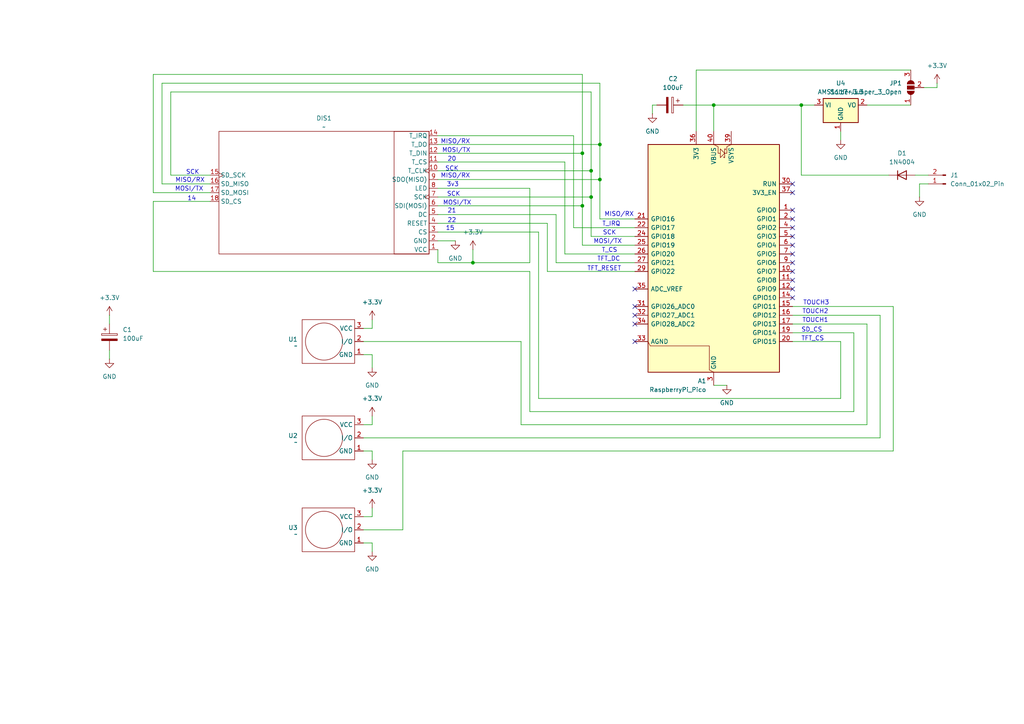
<source format=kicad_sch>
(kicad_sch
	(version 20250114)
	(generator "eeschema")
	(generator_version "9.0")
	(uuid "fb4b80fa-2360-4c2e-8f68-a906214c566d")
	(paper "A4")
	(lib_symbols
		(symbol "Connector:Conn_01x02_Pin"
			(pin_names
				(offset 1.016)
				(hide yes)
			)
			(exclude_from_sim no)
			(in_bom yes)
			(on_board yes)
			(property "Reference" "J"
				(at 0 2.54 0)
				(effects
					(font
						(size 1.27 1.27)
					)
				)
			)
			(property "Value" "Conn_01x02_Pin"
				(at 0 -5.08 0)
				(effects
					(font
						(size 1.27 1.27)
					)
				)
			)
			(property "Footprint" ""
				(at 0 0 0)
				(effects
					(font
						(size 1.27 1.27)
					)
					(hide yes)
				)
			)
			(property "Datasheet" "~"
				(at 0 0 0)
				(effects
					(font
						(size 1.27 1.27)
					)
					(hide yes)
				)
			)
			(property "Description" "Generic connector, single row, 01x02, script generated"
				(at 0 0 0)
				(effects
					(font
						(size 1.27 1.27)
					)
					(hide yes)
				)
			)
			(property "ki_locked" ""
				(at 0 0 0)
				(effects
					(font
						(size 1.27 1.27)
					)
				)
			)
			(property "ki_keywords" "connector"
				(at 0 0 0)
				(effects
					(font
						(size 1.27 1.27)
					)
					(hide yes)
				)
			)
			(property "ki_fp_filters" "Connector*:*_1x??_*"
				(at 0 0 0)
				(effects
					(font
						(size 1.27 1.27)
					)
					(hide yes)
				)
			)
			(symbol "Conn_01x02_Pin_1_1"
				(rectangle
					(start 0.8636 0.127)
					(end 0 -0.127)
					(stroke
						(width 0.1524)
						(type default)
					)
					(fill
						(type outline)
					)
				)
				(rectangle
					(start 0.8636 -2.413)
					(end 0 -2.667)
					(stroke
						(width 0.1524)
						(type default)
					)
					(fill
						(type outline)
					)
				)
				(polyline
					(pts
						(xy 1.27 0) (xy 0.8636 0)
					)
					(stroke
						(width 0.1524)
						(type default)
					)
					(fill
						(type none)
					)
				)
				(polyline
					(pts
						(xy 1.27 -2.54) (xy 0.8636 -2.54)
					)
					(stroke
						(width 0.1524)
						(type default)
					)
					(fill
						(type none)
					)
				)
				(pin passive line
					(at 5.08 0 180)
					(length 3.81)
					(name "Pin_1"
						(effects
							(font
								(size 1.27 1.27)
							)
						)
					)
					(number "1"
						(effects
							(font
								(size 1.27 1.27)
							)
						)
					)
				)
				(pin passive line
					(at 5.08 -2.54 180)
					(length 3.81)
					(name "Pin_2"
						(effects
							(font
								(size 1.27 1.27)
							)
						)
					)
					(number "2"
						(effects
							(font
								(size 1.27 1.27)
							)
						)
					)
				)
			)
			(embedded_fonts no)
		)
		(symbol "Device:C_Polarized"
			(pin_numbers
				(hide yes)
			)
			(pin_names
				(offset 0.254)
			)
			(exclude_from_sim no)
			(in_bom yes)
			(on_board yes)
			(property "Reference" "C"
				(at 0.635 2.54 0)
				(effects
					(font
						(size 1.27 1.27)
					)
					(justify left)
				)
			)
			(property "Value" "C_Polarized"
				(at 0.635 -2.54 0)
				(effects
					(font
						(size 1.27 1.27)
					)
					(justify left)
				)
			)
			(property "Footprint" ""
				(at 0.9652 -3.81 0)
				(effects
					(font
						(size 1.27 1.27)
					)
					(hide yes)
				)
			)
			(property "Datasheet" "~"
				(at 0 0 0)
				(effects
					(font
						(size 1.27 1.27)
					)
					(hide yes)
				)
			)
			(property "Description" "Polarized capacitor"
				(at 0 0 0)
				(effects
					(font
						(size 1.27 1.27)
					)
					(hide yes)
				)
			)
			(property "ki_keywords" "cap capacitor"
				(at 0 0 0)
				(effects
					(font
						(size 1.27 1.27)
					)
					(hide yes)
				)
			)
			(property "ki_fp_filters" "CP_*"
				(at 0 0 0)
				(effects
					(font
						(size 1.27 1.27)
					)
					(hide yes)
				)
			)
			(symbol "C_Polarized_0_1"
				(rectangle
					(start -2.286 0.508)
					(end 2.286 1.016)
					(stroke
						(width 0)
						(type default)
					)
					(fill
						(type none)
					)
				)
				(polyline
					(pts
						(xy -1.778 2.286) (xy -0.762 2.286)
					)
					(stroke
						(width 0)
						(type default)
					)
					(fill
						(type none)
					)
				)
				(polyline
					(pts
						(xy -1.27 2.794) (xy -1.27 1.778)
					)
					(stroke
						(width 0)
						(type default)
					)
					(fill
						(type none)
					)
				)
				(rectangle
					(start 2.286 -0.508)
					(end -2.286 -1.016)
					(stroke
						(width 0)
						(type default)
					)
					(fill
						(type outline)
					)
				)
			)
			(symbol "C_Polarized_1_1"
				(pin passive line
					(at 0 3.81 270)
					(length 2.794)
					(name "~"
						(effects
							(font
								(size 1.27 1.27)
							)
						)
					)
					(number "1"
						(effects
							(font
								(size 1.27 1.27)
							)
						)
					)
				)
				(pin passive line
					(at 0 -3.81 90)
					(length 2.794)
					(name "~"
						(effects
							(font
								(size 1.27 1.27)
							)
						)
					)
					(number "2"
						(effects
							(font
								(size 1.27 1.27)
							)
						)
					)
				)
			)
			(embedded_fonts no)
		)
		(symbol "Diode:1N4004"
			(pin_numbers
				(hide yes)
			)
			(pin_names
				(hide yes)
			)
			(exclude_from_sim no)
			(in_bom yes)
			(on_board yes)
			(property "Reference" "D"
				(at 0 2.54 0)
				(effects
					(font
						(size 1.27 1.27)
					)
				)
			)
			(property "Value" "1N4004"
				(at 0 -2.54 0)
				(effects
					(font
						(size 1.27 1.27)
					)
				)
			)
			(property "Footprint" "Diode_THT:D_DO-41_SOD81_P10.16mm_Horizontal"
				(at 0 -4.445 0)
				(effects
					(font
						(size 1.27 1.27)
					)
					(hide yes)
				)
			)
			(property "Datasheet" "http://www.vishay.com/docs/88503/1n4001.pdf"
				(at 0 0 0)
				(effects
					(font
						(size 1.27 1.27)
					)
					(hide yes)
				)
			)
			(property "Description" "400V 1A General Purpose Rectifier Diode, DO-41"
				(at 0 0 0)
				(effects
					(font
						(size 1.27 1.27)
					)
					(hide yes)
				)
			)
			(property "Sim.Device" "D"
				(at 0 0 0)
				(effects
					(font
						(size 1.27 1.27)
					)
					(hide yes)
				)
			)
			(property "Sim.Pins" "1=K 2=A"
				(at 0 0 0)
				(effects
					(font
						(size 1.27 1.27)
					)
					(hide yes)
				)
			)
			(property "ki_keywords" "diode"
				(at 0 0 0)
				(effects
					(font
						(size 1.27 1.27)
					)
					(hide yes)
				)
			)
			(property "ki_fp_filters" "D*DO?41*"
				(at 0 0 0)
				(effects
					(font
						(size 1.27 1.27)
					)
					(hide yes)
				)
			)
			(symbol "1N4004_0_1"
				(polyline
					(pts
						(xy -1.27 1.27) (xy -1.27 -1.27)
					)
					(stroke
						(width 0.254)
						(type default)
					)
					(fill
						(type none)
					)
				)
				(polyline
					(pts
						(xy 1.27 1.27) (xy 1.27 -1.27) (xy -1.27 0) (xy 1.27 1.27)
					)
					(stroke
						(width 0.254)
						(type default)
					)
					(fill
						(type none)
					)
				)
				(polyline
					(pts
						(xy 1.27 0) (xy -1.27 0)
					)
					(stroke
						(width 0)
						(type default)
					)
					(fill
						(type none)
					)
				)
			)
			(symbol "1N4004_1_1"
				(pin passive line
					(at -3.81 0 0)
					(length 2.54)
					(name "K"
						(effects
							(font
								(size 1.27 1.27)
							)
						)
					)
					(number "1"
						(effects
							(font
								(size 1.27 1.27)
							)
						)
					)
				)
				(pin passive line
					(at 3.81 0 180)
					(length 2.54)
					(name "A"
						(effects
							(font
								(size 1.27 1.27)
							)
						)
					)
					(number "2"
						(effects
							(font
								(size 1.27 1.27)
							)
						)
					)
				)
			)
			(embedded_fonts no)
		)
		(symbol "Jumper:SolderJumper_3_Open"
			(pin_names
				(offset 0)
				(hide yes)
			)
			(exclude_from_sim yes)
			(in_bom no)
			(on_board yes)
			(property "Reference" "JP"
				(at -2.54 -2.54 0)
				(effects
					(font
						(size 1.27 1.27)
					)
				)
			)
			(property "Value" "SolderJumper_3_Open"
				(at 0 2.794 0)
				(effects
					(font
						(size 1.27 1.27)
					)
				)
			)
			(property "Footprint" ""
				(at 0 0 0)
				(effects
					(font
						(size 1.27 1.27)
					)
					(hide yes)
				)
			)
			(property "Datasheet" "~"
				(at 0 0 0)
				(effects
					(font
						(size 1.27 1.27)
					)
					(hide yes)
				)
			)
			(property "Description" "Solder Jumper, 3-pole, open"
				(at 0 0 0)
				(effects
					(font
						(size 1.27 1.27)
					)
					(hide yes)
				)
			)
			(property "ki_keywords" "Solder Jumper SPDT"
				(at 0 0 0)
				(effects
					(font
						(size 1.27 1.27)
					)
					(hide yes)
				)
			)
			(property "ki_fp_filters" "SolderJumper*Open*"
				(at 0 0 0)
				(effects
					(font
						(size 1.27 1.27)
					)
					(hide yes)
				)
			)
			(symbol "SolderJumper_3_Open_0_1"
				(polyline
					(pts
						(xy -2.54 0) (xy -2.032 0)
					)
					(stroke
						(width 0)
						(type default)
					)
					(fill
						(type none)
					)
				)
				(polyline
					(pts
						(xy -1.016 1.016) (xy -1.016 -1.016)
					)
					(stroke
						(width 0)
						(type default)
					)
					(fill
						(type none)
					)
				)
				(arc
					(start -1.016 -1.016)
					(mid -2.0276 0)
					(end -1.016 1.016)
					(stroke
						(width 0)
						(type default)
					)
					(fill
						(type none)
					)
				)
				(arc
					(start -1.016 -1.016)
					(mid -2.0276 0)
					(end -1.016 1.016)
					(stroke
						(width 0)
						(type default)
					)
					(fill
						(type outline)
					)
				)
				(rectangle
					(start -0.508 1.016)
					(end 0.508 -1.016)
					(stroke
						(width 0)
						(type default)
					)
					(fill
						(type outline)
					)
				)
				(polyline
					(pts
						(xy 0 -1.27) (xy 0 -1.016)
					)
					(stroke
						(width 0)
						(type default)
					)
					(fill
						(type none)
					)
				)
				(arc
					(start 1.016 1.016)
					(mid 2.0276 0)
					(end 1.016 -1.016)
					(stroke
						(width 0)
						(type default)
					)
					(fill
						(type none)
					)
				)
				(arc
					(start 1.016 1.016)
					(mid 2.0276 0)
					(end 1.016 -1.016)
					(stroke
						(width 0)
						(type default)
					)
					(fill
						(type outline)
					)
				)
				(polyline
					(pts
						(xy 1.016 1.016) (xy 1.016 -1.016)
					)
					(stroke
						(width 0)
						(type default)
					)
					(fill
						(type none)
					)
				)
				(polyline
					(pts
						(xy 2.54 0) (xy 2.032 0)
					)
					(stroke
						(width 0)
						(type default)
					)
					(fill
						(type none)
					)
				)
			)
			(symbol "SolderJumper_3_Open_1_1"
				(pin passive line
					(at -5.08 0 0)
					(length 2.54)
					(name "A"
						(effects
							(font
								(size 1.27 1.27)
							)
						)
					)
					(number "1"
						(effects
							(font
								(size 1.27 1.27)
							)
						)
					)
				)
				(pin passive line
					(at 0 -3.81 90)
					(length 2.54)
					(name "C"
						(effects
							(font
								(size 1.27 1.27)
							)
						)
					)
					(number "2"
						(effects
							(font
								(size 1.27 1.27)
							)
						)
					)
				)
				(pin passive line
					(at 5.08 0 180)
					(length 2.54)
					(name "B"
						(effects
							(font
								(size 1.27 1.27)
							)
						)
					)
					(number "3"
						(effects
							(font
								(size 1.27 1.27)
							)
						)
					)
				)
			)
			(embedded_fonts no)
		)
		(symbol "MCU_Module:RaspberryPi_Pico"
			(pin_names
				(offset 0.762)
			)
			(exclude_from_sim no)
			(in_bom yes)
			(on_board yes)
			(property "Reference" "A"
				(at -19.05 35.56 0)
				(effects
					(font
						(size 1.27 1.27)
					)
					(justify left)
				)
			)
			(property "Value" "RaspberryPi_Pico"
				(at 7.62 35.56 0)
				(effects
					(font
						(size 1.27 1.27)
					)
					(justify left)
				)
			)
			(property "Footprint" "Module:RaspberryPi_Pico_Common_Unspecified"
				(at 0 -46.99 0)
				(effects
					(font
						(size 1.27 1.27)
					)
					(hide yes)
				)
			)
			(property "Datasheet" "https://datasheets.raspberrypi.com/pico/pico-datasheet.pdf"
				(at 0 -49.53 0)
				(effects
					(font
						(size 1.27 1.27)
					)
					(hide yes)
				)
			)
			(property "Description" "Versatile and inexpensive microcontroller module powered by RP2040 dual-core Arm Cortex-M0+ processor up to 133 MHz, 264kB SRAM, 2MB QSPI flash; also supports Raspberry Pi Pico 2"
				(at 0 -52.07 0)
				(effects
					(font
						(size 1.27 1.27)
					)
					(hide yes)
				)
			)
			(property "ki_keywords" "RP2350A M33 RISC-V Hazard3 usb"
				(at 0 0 0)
				(effects
					(font
						(size 1.27 1.27)
					)
					(hide yes)
				)
			)
			(property "ki_fp_filters" "RaspberryPi?Pico?Common* RaspberryPi?Pico?SMD*"
				(at 0 0 0)
				(effects
					(font
						(size 1.27 1.27)
					)
					(hide yes)
				)
			)
			(symbol "RaspberryPi_Pico_0_1"
				(rectangle
					(start -19.05 34.29)
					(end 19.05 -31.75)
					(stroke
						(width 0.254)
						(type default)
					)
					(fill
						(type background)
					)
				)
				(polyline
					(pts
						(xy -5.08 34.29) (xy -3.81 33.655) (xy -3.81 31.75) (xy -3.175 31.75)
					)
					(stroke
						(width 0)
						(type default)
					)
					(fill
						(type none)
					)
				)
				(polyline
					(pts
						(xy -3.429 32.766) (xy -3.429 33.02) (xy -3.175 33.02) (xy -3.175 30.48) (xy -2.921 30.48) (xy -2.921 30.734)
					)
					(stroke
						(width 0)
						(type default)
					)
					(fill
						(type none)
					)
				)
				(polyline
					(pts
						(xy -3.175 31.75) (xy -1.905 33.02) (xy -1.905 30.48) (xy -3.175 31.75)
					)
					(stroke
						(width 0)
						(type default)
					)
					(fill
						(type none)
					)
				)
				(polyline
					(pts
						(xy 0 34.29) (xy -1.27 33.655) (xy -1.27 31.75) (xy -1.905 31.75)
					)
					(stroke
						(width 0)
						(type default)
					)
					(fill
						(type none)
					)
				)
				(polyline
					(pts
						(xy 0 -31.75) (xy 1.27 -31.115) (xy 1.27 -24.13) (xy 18.415 -24.13) (xy 19.05 -22.86)
					)
					(stroke
						(width 0)
						(type default)
					)
					(fill
						(type none)
					)
				)
			)
			(symbol "RaspberryPi_Pico_1_1"
				(pin passive line
					(at -22.86 22.86 0)
					(length 3.81)
					(name "RUN"
						(effects
							(font
								(size 1.27 1.27)
							)
						)
					)
					(number "30"
						(effects
							(font
								(size 1.27 1.27)
							)
						)
					)
					(alternate "~{RESET}" passive line)
				)
				(pin passive line
					(at -22.86 20.32 0)
					(length 3.81)
					(name "3V3_EN"
						(effects
							(font
								(size 1.27 1.27)
							)
						)
					)
					(number "37"
						(effects
							(font
								(size 1.27 1.27)
							)
						)
					)
					(alternate "~{3V3_DISABLE}" passive line)
				)
				(pin bidirectional line
					(at -22.86 15.24 0)
					(length 3.81)
					(name "GPIO0"
						(effects
							(font
								(size 1.27 1.27)
							)
						)
					)
					(number "1"
						(effects
							(font
								(size 1.27 1.27)
							)
						)
					)
					(alternate "I2C0_SDA" bidirectional line)
					(alternate "PWM0_A" output line)
					(alternate "SPI0_RX" input line)
					(alternate "UART0_TX" output line)
					(alternate "USB_OVCUR_DET" input line)
				)
				(pin bidirectional line
					(at -22.86 12.7 0)
					(length 3.81)
					(name "GPIO1"
						(effects
							(font
								(size 1.27 1.27)
							)
						)
					)
					(number "2"
						(effects
							(font
								(size 1.27 1.27)
							)
						)
					)
					(alternate "I2C0_SCL" bidirectional clock)
					(alternate "PWM0_B" bidirectional line)
					(alternate "UART0_RX" input line)
					(alternate "USB_VBUS_DET" passive line)
					(alternate "~{SPI0_CSn}" bidirectional line)
				)
				(pin bidirectional line
					(at -22.86 10.16 0)
					(length 3.81)
					(name "GPIO2"
						(effects
							(font
								(size 1.27 1.27)
							)
						)
					)
					(number "4"
						(effects
							(font
								(size 1.27 1.27)
							)
						)
					)
					(alternate "I2C1_SDA" bidirectional line)
					(alternate "PWM1_A" output line)
					(alternate "SPI0_SCK" bidirectional clock)
					(alternate "UART0_CTS" input line)
					(alternate "USB_VBUS_EN" output line)
				)
				(pin bidirectional line
					(at -22.86 7.62 0)
					(length 3.81)
					(name "GPIO3"
						(effects
							(font
								(size 1.27 1.27)
							)
						)
					)
					(number "5"
						(effects
							(font
								(size 1.27 1.27)
							)
						)
					)
					(alternate "I2C1_SCL" bidirectional clock)
					(alternate "PWM1_B" bidirectional line)
					(alternate "SPI0_TX" output line)
					(alternate "UART0_RTS" output line)
					(alternate "USB_OVCUR_DET" input line)
				)
				(pin bidirectional line
					(at -22.86 5.08 0)
					(length 3.81)
					(name "GPIO4"
						(effects
							(font
								(size 1.27 1.27)
							)
						)
					)
					(number "6"
						(effects
							(font
								(size 1.27 1.27)
							)
						)
					)
					(alternate "I2C0_SDA" bidirectional line)
					(alternate "PWM2_A" output line)
					(alternate "SPI0_RX" input line)
					(alternate "UART1_TX" output line)
					(alternate "USB_VBUS_DET" input line)
				)
				(pin bidirectional line
					(at -22.86 2.54 0)
					(length 3.81)
					(name "GPIO5"
						(effects
							(font
								(size 1.27 1.27)
							)
						)
					)
					(number "7"
						(effects
							(font
								(size 1.27 1.27)
							)
						)
					)
					(alternate "I2C0_SCL" bidirectional clock)
					(alternate "PWM2_B" bidirectional line)
					(alternate "UART1_RX" input line)
					(alternate "USB_VBUS_EN" output line)
					(alternate "~{SPI0_CSn}" bidirectional line)
				)
				(pin bidirectional line
					(at -22.86 0 0)
					(length 3.81)
					(name "GPIO6"
						(effects
							(font
								(size 1.27 1.27)
							)
						)
					)
					(number "9"
						(effects
							(font
								(size 1.27 1.27)
							)
						)
					)
					(alternate "I2C1_SDA" bidirectional line)
					(alternate "PWM3_A" output line)
					(alternate "SPI0_SCK" bidirectional clock)
					(alternate "UART1_CTS" input line)
					(alternate "USB_OVCUR_DET" input line)
				)
				(pin bidirectional line
					(at -22.86 -2.54 0)
					(length 3.81)
					(name "GPIO7"
						(effects
							(font
								(size 1.27 1.27)
							)
						)
					)
					(number "10"
						(effects
							(font
								(size 1.27 1.27)
							)
						)
					)
					(alternate "I2C1_SCL" bidirectional clock)
					(alternate "PWM3_B" bidirectional line)
					(alternate "SPI0_TX" output line)
					(alternate "UART1_RTS" output line)
					(alternate "USB_VBUS_DET" input line)
				)
				(pin bidirectional line
					(at -22.86 -5.08 0)
					(length 3.81)
					(name "GPIO8"
						(effects
							(font
								(size 1.27 1.27)
							)
						)
					)
					(number "11"
						(effects
							(font
								(size 1.27 1.27)
							)
						)
					)
					(alternate "I2C0_SDA" bidirectional line)
					(alternate "PWM4_A" output line)
					(alternate "SPI1_RX" input line)
					(alternate "UART1_TX" output line)
					(alternate "USB_VBUS_EN" output line)
				)
				(pin bidirectional line
					(at -22.86 -7.62 0)
					(length 3.81)
					(name "GPIO9"
						(effects
							(font
								(size 1.27 1.27)
							)
						)
					)
					(number "12"
						(effects
							(font
								(size 1.27 1.27)
							)
						)
					)
					(alternate "I2C0_SCL" bidirectional clock)
					(alternate "PWM4_B" bidirectional line)
					(alternate "UART1_RX" input line)
					(alternate "USB_OVCUR_DET" input line)
					(alternate "~{SPI1_CSn}" bidirectional line)
				)
				(pin bidirectional line
					(at -22.86 -10.16 0)
					(length 3.81)
					(name "GPIO10"
						(effects
							(font
								(size 1.27 1.27)
							)
						)
					)
					(number "14"
						(effects
							(font
								(size 1.27 1.27)
							)
						)
					)
					(alternate "I2C1_SDA" bidirectional line)
					(alternate "PWM5_A" output line)
					(alternate "SPI1_SCK" bidirectional clock)
					(alternate "UART1_CTS" input line)
					(alternate "USB_VBUS_DET" input line)
				)
				(pin bidirectional line
					(at -22.86 -12.7 0)
					(length 3.81)
					(name "GPIO11"
						(effects
							(font
								(size 1.27 1.27)
							)
						)
					)
					(number "15"
						(effects
							(font
								(size 1.27 1.27)
							)
						)
					)
					(alternate "I2C1_SCL" bidirectional clock)
					(alternate "PWM5_B" bidirectional line)
					(alternate "SPI1_TX" output line)
					(alternate "UART1_RTS" output line)
					(alternate "USB_VBUS_EN" output line)
				)
				(pin bidirectional line
					(at -22.86 -15.24 0)
					(length 3.81)
					(name "GPIO12"
						(effects
							(font
								(size 1.27 1.27)
							)
						)
					)
					(number "16"
						(effects
							(font
								(size 1.27 1.27)
							)
						)
					)
					(alternate "I2C0_SDA" bidirectional line)
					(alternate "PWM6_A" output line)
					(alternate "SPI1_RX" input line)
					(alternate "UART0_TX" output line)
					(alternate "USB_OVCUR_DET" input line)
				)
				(pin bidirectional line
					(at -22.86 -17.78 0)
					(length 3.81)
					(name "GPIO13"
						(effects
							(font
								(size 1.27 1.27)
							)
						)
					)
					(number "17"
						(effects
							(font
								(size 1.27 1.27)
							)
						)
					)
					(alternate "I2C0_SCL" bidirectional clock)
					(alternate "PWM6_B" bidirectional line)
					(alternate "UART0_RX" input line)
					(alternate "USB_VBUS_DET" input line)
					(alternate "~{SPI1_CSn}" bidirectional line)
				)
				(pin bidirectional line
					(at -22.86 -20.32 0)
					(length 3.81)
					(name "GPIO14"
						(effects
							(font
								(size 1.27 1.27)
							)
						)
					)
					(number "19"
						(effects
							(font
								(size 1.27 1.27)
							)
						)
					)
					(alternate "I2C1_SDA" bidirectional line)
					(alternate "PWM7_A" output line)
					(alternate "SPI1_SCK" bidirectional clock)
					(alternate "UART0_CTS" input line)
					(alternate "USB_VBUS_EN" output line)
				)
				(pin bidirectional line
					(at -22.86 -22.86 0)
					(length 3.81)
					(name "GPIO15"
						(effects
							(font
								(size 1.27 1.27)
							)
						)
					)
					(number "20"
						(effects
							(font
								(size 1.27 1.27)
							)
						)
					)
					(alternate "I2C1_SCL" bidirectional clock)
					(alternate "PWM7_B" bidirectional line)
					(alternate "SPI1_TX" output line)
					(alternate "UART0_RTS" output line)
					(alternate "USB_OVCUR_DET" input line)
				)
				(pin power_in line
					(at -5.08 38.1 270)
					(length 3.81)
					(name "VSYS"
						(effects
							(font
								(size 1.27 1.27)
							)
						)
					)
					(number "39"
						(effects
							(font
								(size 1.27 1.27)
							)
						)
					)
					(alternate "VSYS_OUT" power_out line)
				)
				(pin power_out line
					(at 0 38.1 270)
					(length 3.81)
					(name "VBUS"
						(effects
							(font
								(size 1.27 1.27)
							)
						)
					)
					(number "40"
						(effects
							(font
								(size 1.27 1.27)
							)
						)
					)
					(alternate "VBUS_IN" power_in line)
				)
				(pin passive line
					(at 0 -35.56 90)
					(length 3.81)
					(hide yes)
					(name "GND"
						(effects
							(font
								(size 1.27 1.27)
							)
						)
					)
					(number "13"
						(effects
							(font
								(size 1.27 1.27)
							)
						)
					)
				)
				(pin passive line
					(at 0 -35.56 90)
					(length 3.81)
					(hide yes)
					(name "GND"
						(effects
							(font
								(size 1.27 1.27)
							)
						)
					)
					(number "18"
						(effects
							(font
								(size 1.27 1.27)
							)
						)
					)
				)
				(pin passive line
					(at 0 -35.56 90)
					(length 3.81)
					(hide yes)
					(name "GND"
						(effects
							(font
								(size 1.27 1.27)
							)
						)
					)
					(number "23"
						(effects
							(font
								(size 1.27 1.27)
							)
						)
					)
				)
				(pin passive line
					(at 0 -35.56 90)
					(length 3.81)
					(hide yes)
					(name "GND"
						(effects
							(font
								(size 1.27 1.27)
							)
						)
					)
					(number "28"
						(effects
							(font
								(size 1.27 1.27)
							)
						)
					)
				)
				(pin power_out line
					(at 0 -35.56 90)
					(length 3.81)
					(name "GND"
						(effects
							(font
								(size 1.27 1.27)
							)
						)
					)
					(number "3"
						(effects
							(font
								(size 1.27 1.27)
							)
						)
					)
					(alternate "GND_IN" power_in line)
				)
				(pin passive line
					(at 0 -35.56 90)
					(length 3.81)
					(hide yes)
					(name "GND"
						(effects
							(font
								(size 1.27 1.27)
							)
						)
					)
					(number "38"
						(effects
							(font
								(size 1.27 1.27)
							)
						)
					)
				)
				(pin passive line
					(at 0 -35.56 90)
					(length 3.81)
					(hide yes)
					(name "GND"
						(effects
							(font
								(size 1.27 1.27)
							)
						)
					)
					(number "8"
						(effects
							(font
								(size 1.27 1.27)
							)
						)
					)
				)
				(pin power_out line
					(at 5.08 38.1 270)
					(length 3.81)
					(name "3V3"
						(effects
							(font
								(size 1.27 1.27)
							)
						)
					)
					(number "36"
						(effects
							(font
								(size 1.27 1.27)
							)
						)
					)
				)
				(pin bidirectional line
					(at 22.86 12.7 180)
					(length 3.81)
					(name "GPIO16"
						(effects
							(font
								(size 1.27 1.27)
							)
						)
					)
					(number "21"
						(effects
							(font
								(size 1.27 1.27)
							)
						)
					)
					(alternate "I2C0_SDA" bidirectional line)
					(alternate "PWM0_A" output line)
					(alternate "SPI0_RX" input line)
					(alternate "UART0_TX" output line)
					(alternate "USB_VBUS_DET" input line)
				)
				(pin bidirectional line
					(at 22.86 10.16 180)
					(length 3.81)
					(name "GPIO17"
						(effects
							(font
								(size 1.27 1.27)
							)
						)
					)
					(number "22"
						(effects
							(font
								(size 1.27 1.27)
							)
						)
					)
					(alternate "I2C0_SCL" bidirectional clock)
					(alternate "PWM0_B" bidirectional line)
					(alternate "UART0_RX" input line)
					(alternate "USB_VBUS_EN" output line)
					(alternate "~{SPI0_CSn}" bidirectional line)
				)
				(pin bidirectional line
					(at 22.86 7.62 180)
					(length 3.81)
					(name "GPIO18"
						(effects
							(font
								(size 1.27 1.27)
							)
						)
					)
					(number "24"
						(effects
							(font
								(size 1.27 1.27)
							)
						)
					)
					(alternate "I2C1_SDA" bidirectional line)
					(alternate "PWM1_A" output line)
					(alternate "SPI0_SCK" bidirectional clock)
					(alternate "UART0_CTS" input line)
					(alternate "USB_OVCUR_DET" input line)
				)
				(pin bidirectional line
					(at 22.86 5.08 180)
					(length 3.81)
					(name "GPIO19"
						(effects
							(font
								(size 1.27 1.27)
							)
						)
					)
					(number "25"
						(effects
							(font
								(size 1.27 1.27)
							)
						)
					)
					(alternate "I2C1_SCL" bidirectional clock)
					(alternate "PWM1_B" bidirectional line)
					(alternate "SPI0_TX" output line)
					(alternate "UART0_RTS" output line)
					(alternate "USB_VBUS_DET" input line)
				)
				(pin bidirectional line
					(at 22.86 2.54 180)
					(length 3.81)
					(name "GPIO20"
						(effects
							(font
								(size 1.27 1.27)
							)
						)
					)
					(number "26"
						(effects
							(font
								(size 1.27 1.27)
							)
						)
					)
					(alternate "CLOCK_GPIN0" input clock)
					(alternate "I2C0_SDA" bidirectional line)
					(alternate "PWM2_A" output line)
					(alternate "SPI0_RX" input line)
					(alternate "UART1_TX" output line)
					(alternate "USB_VBUS_EN" output line)
				)
				(pin bidirectional line
					(at 22.86 0 180)
					(length 3.81)
					(name "GPIO21"
						(effects
							(font
								(size 1.27 1.27)
							)
						)
					)
					(number "27"
						(effects
							(font
								(size 1.27 1.27)
							)
						)
					)
					(alternate "CLOCK_GPOUT0" output clock)
					(alternate "I2C0_SCL" bidirectional clock)
					(alternate "PWM2_B" bidirectional line)
					(alternate "UART1_RX" input line)
					(alternate "USB_OVCUR_DET" input line)
					(alternate "~{SPI0_CSn}" bidirectional line)
				)
				(pin bidirectional line
					(at 22.86 -2.54 180)
					(length 3.81)
					(name "GPIO22"
						(effects
							(font
								(size 1.27 1.27)
							)
						)
					)
					(number "29"
						(effects
							(font
								(size 1.27 1.27)
							)
						)
					)
					(alternate "CLOCK_GPIN1" input clock)
					(alternate "I2C1_SDA" bidirectional line)
					(alternate "PWM3_A" output line)
					(alternate "SPI0_SCK" bidirectional clock)
					(alternate "UART1_CTS" input line)
					(alternate "USB_VBUS_DET" input line)
				)
				(pin power_in line
					(at 22.86 -7.62 180)
					(length 3.81)
					(name "ADC_VREF"
						(effects
							(font
								(size 1.27 1.27)
							)
						)
					)
					(number "35"
						(effects
							(font
								(size 1.27 1.27)
							)
						)
					)
				)
				(pin bidirectional line
					(at 22.86 -12.7 180)
					(length 3.81)
					(name "GPIO26_ADC0"
						(effects
							(font
								(size 1.27 1.27)
							)
						)
					)
					(number "31"
						(effects
							(font
								(size 1.27 1.27)
							)
						)
					)
					(alternate "ADC0" input line)
					(alternate "GPIO26" bidirectional line)
					(alternate "I2C1_SDA" bidirectional line)
					(alternate "PWM5_A" output line)
					(alternate "SPI1_SCK" bidirectional clock)
					(alternate "UART1_CTS" input line)
					(alternate "USB_VBUS_EN" output line)
				)
				(pin bidirectional line
					(at 22.86 -15.24 180)
					(length 3.81)
					(name "GPIO27_ADC1"
						(effects
							(font
								(size 1.27 1.27)
							)
						)
					)
					(number "32"
						(effects
							(font
								(size 1.27 1.27)
							)
						)
					)
					(alternate "ADC1" input line)
					(alternate "GPIO27" bidirectional line)
					(alternate "I2C1_SCL" bidirectional clock)
					(alternate "PWM5_B" bidirectional line)
					(alternate "SPI1_TX" output line)
					(alternate "UART1_RTS" output line)
					(alternate "USB_OVCUR_DET" input line)
				)
				(pin bidirectional line
					(at 22.86 -17.78 180)
					(length 3.81)
					(name "GPIO28_ADC2"
						(effects
							(font
								(size 1.27 1.27)
							)
						)
					)
					(number "34"
						(effects
							(font
								(size 1.27 1.27)
							)
						)
					)
					(alternate "ADC2" input line)
					(alternate "GPIO28" bidirectional line)
					(alternate "I2C0_SDA" bidirectional line)
					(alternate "PWM6_A" output line)
					(alternate "SPI1_RX" input line)
					(alternate "UART0_TX" output line)
					(alternate "USB_VBUS_DET" input line)
				)
				(pin power_out line
					(at 22.86 -22.86 180)
					(length 3.81)
					(name "AGND"
						(effects
							(font
								(size 1.27 1.27)
							)
						)
					)
					(number "33"
						(effects
							(font
								(size 1.27 1.27)
							)
						)
					)
					(alternate "GND" passive line)
				)
			)
			(embedded_fonts no)
		)
		(symbol "Regulator_Linear:AMS1117-3.3"
			(exclude_from_sim no)
			(in_bom yes)
			(on_board yes)
			(property "Reference" "U"
				(at -3.81 3.175 0)
				(effects
					(font
						(size 1.27 1.27)
					)
				)
			)
			(property "Value" "AMS1117-3.3"
				(at 0 3.175 0)
				(effects
					(font
						(size 1.27 1.27)
					)
					(justify left)
				)
			)
			(property "Footprint" "Package_TO_SOT_SMD:SOT-223-3_TabPin2"
				(at 0 5.08 0)
				(effects
					(font
						(size 1.27 1.27)
					)
					(hide yes)
				)
			)
			(property "Datasheet" "http://www.advanced-monolithic.com/pdf/ds1117.pdf"
				(at 2.54 -6.35 0)
				(effects
					(font
						(size 1.27 1.27)
					)
					(hide yes)
				)
			)
			(property "Description" "1A Low Dropout regulator, positive, 3.3V fixed output, SOT-223"
				(at 0 0 0)
				(effects
					(font
						(size 1.27 1.27)
					)
					(hide yes)
				)
			)
			(property "ki_keywords" "linear regulator ldo fixed positive"
				(at 0 0 0)
				(effects
					(font
						(size 1.27 1.27)
					)
					(hide yes)
				)
			)
			(property "ki_fp_filters" "SOT?223*TabPin2*"
				(at 0 0 0)
				(effects
					(font
						(size 1.27 1.27)
					)
					(hide yes)
				)
			)
			(symbol "AMS1117-3.3_0_1"
				(rectangle
					(start -5.08 -5.08)
					(end 5.08 1.905)
					(stroke
						(width 0.254)
						(type default)
					)
					(fill
						(type background)
					)
				)
			)
			(symbol "AMS1117-3.3_1_1"
				(pin power_in line
					(at -7.62 0 0)
					(length 2.54)
					(name "VI"
						(effects
							(font
								(size 1.27 1.27)
							)
						)
					)
					(number "3"
						(effects
							(font
								(size 1.27 1.27)
							)
						)
					)
				)
				(pin power_in line
					(at 0 -7.62 90)
					(length 2.54)
					(name "GND"
						(effects
							(font
								(size 1.27 1.27)
							)
						)
					)
					(number "1"
						(effects
							(font
								(size 1.27 1.27)
							)
						)
					)
				)
				(pin power_out line
					(at 7.62 0 180)
					(length 2.54)
					(name "VO"
						(effects
							(font
								(size 1.27 1.27)
							)
						)
					)
					(number "2"
						(effects
							(font
								(size 1.27 1.27)
							)
						)
					)
				)
			)
			(embedded_fonts no)
		)
		(symbol "power:+3.3V"
			(power)
			(pin_numbers
				(hide yes)
			)
			(pin_names
				(offset 0)
				(hide yes)
			)
			(exclude_from_sim no)
			(in_bom yes)
			(on_board yes)
			(property "Reference" "#PWR"
				(at 0 -3.81 0)
				(effects
					(font
						(size 1.27 1.27)
					)
					(hide yes)
				)
			)
			(property "Value" "+3.3V"
				(at 0 3.556 0)
				(effects
					(font
						(size 1.27 1.27)
					)
				)
			)
			(property "Footprint" ""
				(at 0 0 0)
				(effects
					(font
						(size 1.27 1.27)
					)
					(hide yes)
				)
			)
			(property "Datasheet" ""
				(at 0 0 0)
				(effects
					(font
						(size 1.27 1.27)
					)
					(hide yes)
				)
			)
			(property "Description" "Power symbol creates a global label with name \"+3.3V\""
				(at 0 0 0)
				(effects
					(font
						(size 1.27 1.27)
					)
					(hide yes)
				)
			)
			(property "ki_keywords" "global power"
				(at 0 0 0)
				(effects
					(font
						(size 1.27 1.27)
					)
					(hide yes)
				)
			)
			(symbol "+3.3V_0_1"
				(polyline
					(pts
						(xy -0.762 1.27) (xy 0 2.54)
					)
					(stroke
						(width 0)
						(type default)
					)
					(fill
						(type none)
					)
				)
				(polyline
					(pts
						(xy 0 2.54) (xy 0.762 1.27)
					)
					(stroke
						(width 0)
						(type default)
					)
					(fill
						(type none)
					)
				)
				(polyline
					(pts
						(xy 0 0) (xy 0 2.54)
					)
					(stroke
						(width 0)
						(type default)
					)
					(fill
						(type none)
					)
				)
			)
			(symbol "+3.3V_1_1"
				(pin power_in line
					(at 0 0 90)
					(length 0)
					(name "~"
						(effects
							(font
								(size 1.27 1.27)
							)
						)
					)
					(number "1"
						(effects
							(font
								(size 1.27 1.27)
							)
						)
					)
				)
			)
			(embedded_fonts no)
		)
		(symbol "power:GND"
			(power)
			(pin_numbers
				(hide yes)
			)
			(pin_names
				(offset 0)
				(hide yes)
			)
			(exclude_from_sim no)
			(in_bom yes)
			(on_board yes)
			(property "Reference" "#PWR"
				(at 0 -6.35 0)
				(effects
					(font
						(size 1.27 1.27)
					)
					(hide yes)
				)
			)
			(property "Value" "GND"
				(at 0 -3.81 0)
				(effects
					(font
						(size 1.27 1.27)
					)
				)
			)
			(property "Footprint" ""
				(at 0 0 0)
				(effects
					(font
						(size 1.27 1.27)
					)
					(hide yes)
				)
			)
			(property "Datasheet" ""
				(at 0 0 0)
				(effects
					(font
						(size 1.27 1.27)
					)
					(hide yes)
				)
			)
			(property "Description" "Power symbol creates a global label with name \"GND\" , ground"
				(at 0 0 0)
				(effects
					(font
						(size 1.27 1.27)
					)
					(hide yes)
				)
			)
			(property "ki_keywords" "global power"
				(at 0 0 0)
				(effects
					(font
						(size 1.27 1.27)
					)
					(hide yes)
				)
			)
			(symbol "GND_0_1"
				(polyline
					(pts
						(xy 0 0) (xy 0 -1.27) (xy 1.27 -1.27) (xy 0 -2.54) (xy -1.27 -1.27) (xy 0 -1.27)
					)
					(stroke
						(width 0)
						(type default)
					)
					(fill
						(type none)
					)
				)
			)
			(symbol "GND_1_1"
				(pin power_in line
					(at 0 0 270)
					(length 0)
					(name "~"
						(effects
							(font
								(size 1.27 1.27)
							)
						)
					)
					(number "1"
						(effects
							(font
								(size 1.27 1.27)
							)
						)
					)
				)
			)
			(embedded_fonts no)
		)
		(symbol "testeropamplib:2,4{dblquote}_TFT_SPI_240X320"
			(exclude_from_sim no)
			(in_bom yes)
			(on_board yes)
			(property "Reference" "DIS"
				(at 30.988 -22.86 0)
				(effects
					(font
						(size 1.27 1.27)
					)
				)
			)
			(property "Value" ""
				(at 0 0 0)
				(effects
					(font
						(size 1.27 1.27)
					)
				)
			)
			(property "Footprint" ""
				(at 0 0 0)
				(effects
					(font
						(size 1.27 1.27)
					)
					(hide yes)
				)
			)
			(property "Datasheet" ""
				(at 0 0 0)
				(effects
					(font
						(size 1.27 1.27)
					)
					(hide yes)
				)
			)
			(property "Description" ""
				(at 0 0 0)
				(effects
					(font
						(size 1.27 1.27)
					)
					(hide yes)
				)
			)
			(symbol "2,4{dblquote}_TFT_SPI_240X320_0_1"
				(rectangle
					(start -27.94 15.24)
					(end 33.02 -20.32)
					(stroke
						(width 0)
						(type default)
					)
					(fill
						(type none)
					)
				)
				(rectangle
					(start 22.86 15.24)
					(end 33.02 -20.32)
					(stroke
						(width 0)
						(type default)
					)
					(fill
						(type none)
					)
				)
			)
			(symbol "2,4{dblquote}_TFT_SPI_240X320_1_1"
				(pin input clock
					(at -30.48 2.54 0)
					(length 2.54)
					(name "SD_SCK"
						(effects
							(font
								(size 1.27 1.27)
							)
						)
					)
					(number "15"
						(effects
							(font
								(size 1.27 1.27)
							)
						)
					)
				)
				(pin output line
					(at -30.48 0 0)
					(length 2.54)
					(name "SD_MISO"
						(effects
							(font
								(size 1.27 1.27)
							)
						)
					)
					(number "16"
						(effects
							(font
								(size 1.27 1.27)
							)
						)
					)
				)
				(pin input line
					(at -30.48 -2.54 0)
					(length 2.54)
					(name "SD_MOSI"
						(effects
							(font
								(size 1.27 1.27)
							)
						)
					)
					(number "17"
						(effects
							(font
								(size 1.27 1.27)
							)
						)
					)
				)
				(pin input line
					(at -30.48 -5.08 0)
					(length 2.54)
					(name "SD_CS"
						(effects
							(font
								(size 1.27 1.27)
							)
						)
					)
					(number "18"
						(effects
							(font
								(size 1.27 1.27)
							)
						)
					)
				)
				(pin output line
					(at 35.56 13.97 180)
					(length 2.54)
					(name "T_IRQ"
						(effects
							(font
								(size 1.27 1.27)
							)
						)
					)
					(number "14"
						(effects
							(font
								(size 1.27 1.27)
							)
						)
					)
				)
				(pin output line
					(at 35.56 11.43 180)
					(length 2.54)
					(name "T_DO"
						(effects
							(font
								(size 1.27 1.27)
							)
						)
					)
					(number "13"
						(effects
							(font
								(size 1.27 1.27)
							)
						)
					)
				)
				(pin input line
					(at 35.56 8.89 180)
					(length 2.54)
					(name "T_DIN"
						(effects
							(font
								(size 1.27 1.27)
							)
						)
					)
					(number "12"
						(effects
							(font
								(size 1.27 1.27)
							)
						)
					)
				)
				(pin input line
					(at 35.56 6.35 180)
					(length 2.54)
					(name "T_CS"
						(effects
							(font
								(size 1.27 1.27)
							)
						)
					)
					(number "11"
						(effects
							(font
								(size 1.27 1.27)
							)
						)
					)
				)
				(pin input clock
					(at 35.56 3.81 180)
					(length 2.54)
					(name "T_CLK"
						(effects
							(font
								(size 1.27 1.27)
							)
						)
					)
					(number "10"
						(effects
							(font
								(size 1.27 1.27)
							)
						)
					)
				)
				(pin output line
					(at 35.56 1.27 180)
					(length 2.54)
					(name "SDO(MISO)"
						(effects
							(font
								(size 1.27 1.27)
							)
						)
					)
					(number "9"
						(effects
							(font
								(size 1.27 1.27)
							)
						)
					)
				)
				(pin power_in line
					(at 35.56 -1.27 180)
					(length 2.54)
					(name "LED"
						(effects
							(font
								(size 1.27 1.27)
							)
						)
					)
					(number "8"
						(effects
							(font
								(size 1.27 1.27)
							)
						)
					)
				)
				(pin input clock
					(at 35.56 -3.81 180)
					(length 2.54)
					(name "SCK"
						(effects
							(font
								(size 1.27 1.27)
							)
						)
					)
					(number "7"
						(effects
							(font
								(size 1.27 1.27)
							)
						)
					)
				)
				(pin input line
					(at 35.56 -6.35 180)
					(length 2.54)
					(name "SDI(MOSI)"
						(effects
							(font
								(size 1.27 1.27)
							)
						)
					)
					(number "6"
						(effects
							(font
								(size 1.27 1.27)
							)
						)
					)
				)
				(pin input line
					(at 35.56 -8.89 180)
					(length 2.54)
					(name "DC"
						(effects
							(font
								(size 1.27 1.27)
							)
						)
					)
					(number "5"
						(effects
							(font
								(size 1.27 1.27)
							)
						)
					)
				)
				(pin input line
					(at 35.56 -11.43 180)
					(length 2.54)
					(name "RESET"
						(effects
							(font
								(size 1.27 1.27)
							)
						)
					)
					(number "4"
						(effects
							(font
								(size 1.27 1.27)
							)
						)
					)
				)
				(pin input line
					(at 35.56 -13.97 180)
					(length 2.54)
					(name "CS"
						(effects
							(font
								(size 1.27 1.27)
							)
						)
					)
					(number "3"
						(effects
							(font
								(size 1.27 1.27)
							)
						)
					)
				)
				(pin power_in line
					(at 35.56 -16.51 180)
					(length 2.54)
					(name "GND"
						(effects
							(font
								(size 1.27 1.27)
							)
						)
					)
					(number "2"
						(effects
							(font
								(size 1.27 1.27)
							)
						)
					)
				)
				(pin power_in line
					(at 35.56 -19.05 180)
					(length 2.54)
					(name "VCC"
						(effects
							(font
								(size 1.27 1.27)
							)
						)
					)
					(number "1"
						(effects
							(font
								(size 1.27 1.27)
							)
						)
					)
				)
			)
			(embedded_fonts no)
		)
		(symbol "testeropamplib:touch"
			(exclude_from_sim no)
			(in_bom yes)
			(on_board yes)
			(property "Reference" "U"
				(at 0 0 0)
				(effects
					(font
						(size 1.27 1.27)
					)
				)
			)
			(property "Value" ""
				(at 0 0 0)
				(effects
					(font
						(size 1.27 1.27)
					)
				)
			)
			(property "Footprint" ""
				(at 0 0 0)
				(effects
					(font
						(size 1.27 1.27)
					)
					(hide yes)
				)
			)
			(property "Datasheet" ""
				(at 0 0 0)
				(effects
					(font
						(size 1.27 1.27)
					)
					(hide yes)
				)
			)
			(property "Description" ""
				(at 0 0 0)
				(effects
					(font
						(size 1.27 1.27)
					)
					(hide yes)
				)
			)
			(symbol "touch_0_1"
				(rectangle
					(start -3.81 2.54)
					(end 8.89 -12.7)
					(stroke
						(width 0)
						(type default)
					)
					(fill
						(type none)
					)
				)
				(circle
					(center 2.54 -6.35)
					(radius 5.3882)
					(stroke
						(width 0)
						(type default)
					)
					(fill
						(type none)
					)
				)
			)
			(symbol "touch_1_1"
				(pin power_in line
					(at -1.27 5.08 270)
					(length 2.54)
					(name "GND"
						(effects
							(font
								(size 1.27 1.27)
							)
						)
					)
					(number "1"
						(effects
							(font
								(size 1.27 1.27)
							)
						)
					)
				)
				(pin output line
					(at 2.54 5.08 270)
					(length 2.54)
					(name "I/O"
						(effects
							(font
								(size 1.27 1.27)
							)
						)
					)
					(number "2"
						(effects
							(font
								(size 1.27 1.27)
							)
						)
					)
				)
				(pin power_in line
					(at 6.35 5.08 270)
					(length 2.54)
					(name "VCC"
						(effects
							(font
								(size 1.27 1.27)
							)
						)
					)
					(number "3"
						(effects
							(font
								(size 1.27 1.27)
							)
						)
					)
				)
			)
			(embedded_fonts no)
		)
	)
	(text "SCK\n"
		(exclude_from_sim no)
		(at 131.572 56.388 0)
		(effects
			(font
				(size 1.27 1.27)
			)
		)
		(uuid "05964895-be0d-4746-9b0a-4c3601f4e117")
	)
	(text "SCK\n"
		(exclude_from_sim no)
		(at 55.88 50.038 0)
		(effects
			(font
				(size 1.27 1.27)
			)
		)
		(uuid "0f072235-1bf1-4775-b1ec-bd3bc0ed1d9b")
	)
	(text "TFT_RESET\n"
		(exclude_from_sim no)
		(at 175.26 77.978 0)
		(effects
			(font
				(size 1.27 1.27)
			)
		)
		(uuid "115e09fb-a52b-4acc-a822-bade4f73aad8")
	)
	(text "14\n"
		(exclude_from_sim no)
		(at 55.626 57.658 0)
		(effects
			(font
				(size 1.27 1.27)
			)
		)
		(uuid "3a8272e7-3377-4d88-995c-f0f1bfb70899")
	)
	(text "T_CS\n"
		(exclude_from_sim no)
		(at 176.784 72.644 0)
		(effects
			(font
				(size 1.27 1.27)
			)
		)
		(uuid "42f88cc1-fee0-41a0-9c57-ca8b11693fea")
	)
	(text "MISO/RX\n"
		(exclude_from_sim no)
		(at 55.118 52.324 0)
		(effects
			(font
				(size 1.27 1.27)
			)
		)
		(uuid "484e8d2a-6465-4a8e-8f6e-d647a746b1ee")
	)
	(text "T_IRQ\n"
		(exclude_from_sim no)
		(at 177.292 65.024 0)
		(effects
			(font
				(size 1.27 1.27)
			)
		)
		(uuid "4972712d-1316-41d4-bcab-a0ad88e71f11")
	)
	(text "TOUCH3\n"
		(exclude_from_sim no)
		(at 236.728 87.884 0)
		(effects
			(font
				(size 1.27 1.27)
			)
		)
		(uuid "549f1e36-1bb7-4c70-ad16-8ae34ef27b16")
	)
	(text "22"
		(exclude_from_sim no)
		(at 131.064 64.008 0)
		(effects
			(font
				(size 1.27 1.27)
			)
		)
		(uuid "56252a20-abc8-44f5-96fa-de0f70586364")
	)
	(text "MOSI/TX\n"
		(exclude_from_sim no)
		(at 54.864 54.864 0)
		(effects
			(font
				(size 1.27 1.27)
			)
		)
		(uuid "5b9dc8ad-6f31-4733-a4e8-90be91a24dc9")
	)
	(text "SCK\n"
		(exclude_from_sim no)
		(at 131.064 49.022 0)
		(effects
			(font
				(size 1.27 1.27)
			)
		)
		(uuid "5cb2295b-399f-4be7-ba3a-8c430eb31554")
	)
	(text "21"
		(exclude_from_sim no)
		(at 131.064 61.214 0)
		(effects
			(font
				(size 1.27 1.27)
			)
		)
		(uuid "711ee0a2-f17c-4822-b389-9e23ae508157")
	)
	(text "MOSI/TX\n"
		(exclude_from_sim no)
		(at 176.276 70.104 0)
		(effects
			(font
				(size 1.27 1.27)
			)
		)
		(uuid "73a237f9-6054-459c-bbde-b920e328d45b")
	)
	(text "SCK\n"
		(exclude_from_sim no)
		(at 176.784 67.564 0)
		(effects
			(font
				(size 1.27 1.27)
			)
		)
		(uuid "73b539d2-78ba-403e-b61c-b29bff3cf9f4")
	)
	(text "MOSI/TX\n"
		(exclude_from_sim no)
		(at 132.334 43.688 0)
		(effects
			(font
				(size 1.27 1.27)
			)
		)
		(uuid "7433071b-2808-43ed-8e29-50b5f553f191")
	)
	(text "3v3\n"
		(exclude_from_sim no)
		(at 131.318 53.594 0)
		(effects
			(font
				(size 1.27 1.27)
			)
		)
		(uuid "82f2f453-c083-4ca5-9f16-65d2e0877c32")
	)
	(text "20\n"
		(exclude_from_sim no)
		(at 131.064 46.228 0)
		(effects
			(font
				(size 1.27 1.27)
			)
		)
		(uuid "87fc66db-0868-4d64-85a3-6051a27acac4")
	)
	(text "TOUCH2\n"
		(exclude_from_sim no)
		(at 236.474 90.424 0)
		(effects
			(font
				(size 1.27 1.27)
			)
		)
		(uuid "92b17de7-65d8-4d0c-8dc2-86019719a341")
	)
	(text "MOSI/TX\n"
		(exclude_from_sim no)
		(at 132.588 58.928 0)
		(effects
			(font
				(size 1.27 1.27)
			)
		)
		(uuid "9b8848c1-fea9-41ab-8d47-90e5a43b11cf")
	)
	(text "TFT_DC\n"
		(exclude_from_sim no)
		(at 176.53 75.184 0)
		(effects
			(font
				(size 1.27 1.27)
			)
		)
		(uuid "a6f219b8-0645-4180-ac8c-4493f2f2f091")
	)
	(text "TOUCH1\n"
		(exclude_from_sim no)
		(at 236.474 92.964 0)
		(effects
			(font
				(size 1.27 1.27)
			)
		)
		(uuid "c140ea8f-7ead-41cc-88e6-5707c5c55848")
	)
	(text "MISO/RX\n"
		(exclude_from_sim no)
		(at 179.578 62.23 0)
		(effects
			(font
				(size 1.27 1.27)
			)
		)
		(uuid "c26c96c4-f3cd-4a22-8028-319c760a76c3")
	)
	(text "15\n"
		(exclude_from_sim no)
		(at 130.556 66.294 0)
		(effects
			(font
				(size 1.27 1.27)
			)
		)
		(uuid "cd1fe808-1b49-4de8-9f45-90d950654967")
	)
	(text "TFT_CS\n"
		(exclude_from_sim no)
		(at 235.712 98.298 0)
		(effects
			(font
				(size 1.27 1.27)
			)
		)
		(uuid "d79955e9-99ef-46ff-9d45-ff6e8fdac55b")
	)
	(text "MISO/RX\n"
		(exclude_from_sim no)
		(at 132.08 41.148 0)
		(effects
			(font
				(size 1.27 1.27)
			)
		)
		(uuid "e450421b-1c44-459d-a7fb-89ea3f337cba")
	)
	(text "SD_CS"
		(exclude_from_sim no)
		(at 235.458 95.758 0)
		(effects
			(font
				(size 1.27 1.27)
			)
		)
		(uuid "e82f8be0-ae5a-44c7-ad72-6c5726347e22")
	)
	(text "MISO/RX\n"
		(exclude_from_sim no)
		(at 132.08 51.054 0)
		(effects
			(font
				(size 1.27 1.27)
			)
		)
		(uuid "f627e7ac-9d14-4fba-ae11-6c7a07687eb3")
	)
	(junction
		(at 173.99 52.07)
		(diameter 0)
		(color 0 0 0 0)
		(uuid "210b2fbb-33f3-41a6-a6a5-378e50cbe2a6")
	)
	(junction
		(at 137.16 76.2)
		(diameter 0)
		(color 0 0 0 0)
		(uuid "5f0881a5-d07f-48bb-884e-18cc697068b0")
	)
	(junction
		(at 207.01 30.48)
		(diameter 0)
		(color 0 0 0 0)
		(uuid "70a47611-7647-4363-b831-6e85bd462ddd")
	)
	(junction
		(at 168.91 44.45)
		(diameter 0)
		(color 0 0 0 0)
		(uuid "79e609e0-a81f-42f9-b7c2-addd3aa0a915")
	)
	(junction
		(at 171.45 57.15)
		(diameter 0)
		(color 0 0 0 0)
		(uuid "b93f6a9e-3951-43c1-8d9c-5219787c596c")
	)
	(junction
		(at 232.41 30.48)
		(diameter 0)
		(color 0 0 0 0)
		(uuid "cfedfab6-822f-427f-80c1-cbe61ac99ea2")
	)
	(junction
		(at 168.91 59.69)
		(diameter 0)
		(color 0 0 0 0)
		(uuid "dd0d8ce2-b8cf-462d-b8b2-477ef9a39036")
	)
	(junction
		(at 171.45 49.53)
		(diameter 0)
		(color 0 0 0 0)
		(uuid "ff251ada-dc36-4588-a975-fbc47c6828c0")
	)
	(junction
		(at 173.99 41.91)
		(diameter 0)
		(color 0 0 0 0)
		(uuid "ffd88877-0e70-4344-a200-fcee353e0afe")
	)
	(no_connect
		(at 229.87 68.58)
		(uuid "0b90b461-1212-464a-995a-f8a55e319d91")
	)
	(no_connect
		(at 229.87 71.12)
		(uuid "388710bf-60a4-430e-b3f4-f82f315bcb4d")
	)
	(no_connect
		(at 184.15 88.9)
		(uuid "4bb5b3bf-f711-4b42-bb2f-7b8cf01764e2")
	)
	(no_connect
		(at 184.15 93.98)
		(uuid "57a9d787-971a-46f0-9bf8-b9276b502219")
	)
	(no_connect
		(at 229.87 76.2)
		(uuid "61fc7bbd-5e62-4cb2-86a5-d8422fa86c23")
	)
	(no_connect
		(at 229.87 63.5)
		(uuid "633e0259-5363-4645-b23d-dd1983d7e54d")
	)
	(no_connect
		(at 229.87 83.82)
		(uuid "6ad30e2a-c759-4922-9a03-529d8c198172")
	)
	(no_connect
		(at 184.15 83.82)
		(uuid "6b09c20a-a3ca-41ff-a6fa-621dce46edd8")
	)
	(no_connect
		(at 184.15 91.44)
		(uuid "a371123a-e3a3-476e-acb5-9cd0dea2262d")
	)
	(no_connect
		(at 229.87 60.96)
		(uuid "a38995e2-6a79-4f2c-a827-b11f517eabe7")
	)
	(no_connect
		(at 229.87 86.36)
		(uuid "a55396b7-0a40-4763-9406-bfd469dba6b7")
	)
	(no_connect
		(at 229.87 53.34)
		(uuid "a81e949d-2d52-4e81-afa6-d8bb372c3fdf")
	)
	(no_connect
		(at 229.87 66.04)
		(uuid "af93efdf-7ad9-4043-ac1b-80fb75f7cbec")
	)
	(no_connect
		(at 229.87 73.66)
		(uuid "d6a965d4-462c-41ab-84ef-9af04ca1c53a")
	)
	(no_connect
		(at 229.87 78.74)
		(uuid "d906b35a-9a00-47c7-a41c-beff27a9dba1")
	)
	(no_connect
		(at 184.15 99.06)
		(uuid "ead54df4-9c4a-4638-99de-3ab7ea041653")
	)
	(no_connect
		(at 229.87 55.88)
		(uuid "f04b1af9-25dd-46a9-97f0-49bd7c4e5d60")
	)
	(no_connect
		(at 229.87 81.28)
		(uuid "f8af8c78-78af-4566-9ad1-43cc0ae45920")
	)
	(wire
		(pts
			(xy 127 57.15) (xy 171.45 57.15)
		)
		(stroke
			(width 0)
			(type default)
		)
		(uuid "033266c8-dceb-48c9-896d-f2dd9741080e")
	)
	(wire
		(pts
			(xy 156.21 115.57) (xy 243.84 115.57)
		)
		(stroke
			(width 0)
			(type default)
		)
		(uuid "038fd683-3d8e-4412-97d9-299e1f65d1d0")
	)
	(wire
		(pts
			(xy 207.01 30.48) (xy 207.01 38.1)
		)
		(stroke
			(width 0)
			(type default)
		)
		(uuid "0421071d-deaf-46f3-a167-40eb4ff3f493")
	)
	(wire
		(pts
			(xy 127 62.23) (xy 161.29 62.23)
		)
		(stroke
			(width 0)
			(type default)
		)
		(uuid "042af476-c40c-40e6-a52a-56c16f3646ff")
	)
	(wire
		(pts
			(xy 49.53 50.8) (xy 60.96 50.8)
		)
		(stroke
			(width 0)
			(type default)
		)
		(uuid "064901dd-df96-45ac-a729-74d8a3b85cd9")
	)
	(wire
		(pts
			(xy 232.41 50.8) (xy 232.41 30.48)
		)
		(stroke
			(width 0)
			(type default)
		)
		(uuid "08be2711-bfc1-4c14-951e-f4fd301ef392")
	)
	(wire
		(pts
			(xy 105.41 130.81) (xy 107.95 130.81)
		)
		(stroke
			(width 0)
			(type default)
		)
		(uuid "0aa8819f-383d-4d46-8390-be7b0c477a39")
	)
	(wire
		(pts
			(xy 163.83 73.66) (xy 184.15 73.66)
		)
		(stroke
			(width 0)
			(type default)
		)
		(uuid "120b3c01-8086-4bdb-a218-d070e145b63e")
	)
	(wire
		(pts
			(xy 107.95 102.87) (xy 107.95 106.68)
		)
		(stroke
			(width 0)
			(type default)
		)
		(uuid "17b65982-5a4e-4d4b-8b39-ef33fbc8caed")
	)
	(wire
		(pts
			(xy 127 49.53) (xy 171.45 49.53)
		)
		(stroke
			(width 0)
			(type default)
		)
		(uuid "213e56ee-f7c4-4c5c-be6f-e9ccc0cfe340")
	)
	(wire
		(pts
			(xy 153.67 119.38) (xy 247.65 119.38)
		)
		(stroke
			(width 0)
			(type default)
		)
		(uuid "243260ea-b0bc-434a-ba53-c0428c036387")
	)
	(wire
		(pts
			(xy 105.41 153.67) (xy 116.84 153.67)
		)
		(stroke
			(width 0)
			(type default)
		)
		(uuid "2598cc12-3ae4-403c-a5f5-e13ac719c3ec")
	)
	(wire
		(pts
			(xy 127 69.85) (xy 132.08 69.85)
		)
		(stroke
			(width 0)
			(type default)
		)
		(uuid "25d42ab8-6a32-4da5-9016-33e3a5657dd7")
	)
	(wire
		(pts
			(xy 31.75 91.44) (xy 31.75 93.98)
		)
		(stroke
			(width 0)
			(type default)
		)
		(uuid "282549d2-6e57-40af-91cd-c9d9507c782a")
	)
	(wire
		(pts
			(xy 173.99 63.5) (xy 184.15 63.5)
		)
		(stroke
			(width 0)
			(type default)
		)
		(uuid "28f84376-ef60-456c-8a18-20701b856ca1")
	)
	(wire
		(pts
			(xy 31.75 101.6) (xy 31.75 104.14)
		)
		(stroke
			(width 0)
			(type default)
		)
		(uuid "2939fc1f-c386-45ff-aa95-122ec9ba16e9")
	)
	(wire
		(pts
			(xy 153.67 76.2) (xy 137.16 76.2)
		)
		(stroke
			(width 0)
			(type default)
		)
		(uuid "2c5ef21b-02e2-48c0-979c-1eda247cd278")
	)
	(wire
		(pts
			(xy 105.41 123.19) (xy 107.95 123.19)
		)
		(stroke
			(width 0)
			(type default)
		)
		(uuid "2fd774b7-e3cd-45aa-b279-7ef8ddbe46b6")
	)
	(wire
		(pts
			(xy 243.84 99.06) (xy 229.87 99.06)
		)
		(stroke
			(width 0)
			(type default)
		)
		(uuid "32ae034f-0d4e-4d67-bc5f-63a44d8f66d7")
	)
	(wire
		(pts
			(xy 266.7 53.34) (xy 266.7 57.15)
		)
		(stroke
			(width 0)
			(type default)
		)
		(uuid "333fb6a2-4a3a-4b17-b21c-453521702c4b")
	)
	(wire
		(pts
			(xy 127 64.77) (xy 158.75 64.77)
		)
		(stroke
			(width 0)
			(type default)
		)
		(uuid "3485d5c3-44a8-4f28-8e3a-c43882961646")
	)
	(wire
		(pts
			(xy 163.83 46.99) (xy 163.83 73.66)
		)
		(stroke
			(width 0)
			(type default)
		)
		(uuid "34bc8b9d-f64a-49cc-a7c3-1d174f0e7545")
	)
	(wire
		(pts
			(xy 247.65 96.52) (xy 229.87 96.52)
		)
		(stroke
			(width 0)
			(type default)
		)
		(uuid "39ba6be5-c5f7-4515-949a-72ad66a690fc")
	)
	(wire
		(pts
			(xy 105.41 99.06) (xy 151.13 99.06)
		)
		(stroke
			(width 0)
			(type default)
		)
		(uuid "3ad7c60a-38a7-48a5-a64e-06722b449fc2")
	)
	(wire
		(pts
			(xy 271.78 25.4) (xy 271.78 24.13)
		)
		(stroke
			(width 0)
			(type default)
		)
		(uuid "3bcb63c4-008b-485e-8c93-85d04f847fbb")
	)
	(wire
		(pts
			(xy 127 44.45) (xy 168.91 44.45)
		)
		(stroke
			(width 0)
			(type default)
		)
		(uuid "3cebe0d7-6288-47ff-a250-1d083038185c")
	)
	(wire
		(pts
			(xy 267.97 25.4) (xy 271.78 25.4)
		)
		(stroke
			(width 0)
			(type default)
		)
		(uuid "40bddf9c-ce3d-40b6-9173-1645ee928c95")
	)
	(wire
		(pts
			(xy 168.91 44.45) (xy 168.91 59.69)
		)
		(stroke
			(width 0)
			(type default)
		)
		(uuid "4322a787-4710-4d6e-8f51-449006bb7d78")
	)
	(wire
		(pts
			(xy 44.45 78.74) (xy 153.67 78.74)
		)
		(stroke
			(width 0)
			(type default)
		)
		(uuid "47f0ebe1-8807-4368-9746-852f6a0b3b1c")
	)
	(wire
		(pts
			(xy 207.01 111.76) (xy 210.82 111.76)
		)
		(stroke
			(width 0)
			(type default)
		)
		(uuid "4f0f01d0-4042-4ced-bfa8-366f06fc0be9")
	)
	(wire
		(pts
			(xy 201.93 20.32) (xy 201.93 38.1)
		)
		(stroke
			(width 0)
			(type default)
		)
		(uuid "529bc210-a584-439e-bf45-73b5d775fff9")
	)
	(wire
		(pts
			(xy 201.93 20.32) (xy 264.16 20.32)
		)
		(stroke
			(width 0)
			(type default)
		)
		(uuid "54401a04-eaf9-4edc-8876-72df042c0cc1")
	)
	(wire
		(pts
			(xy 243.84 115.57) (xy 243.84 99.06)
		)
		(stroke
			(width 0)
			(type default)
		)
		(uuid "566f6aa1-2996-42d5-a52f-d9ebcb16a3eb")
	)
	(wire
		(pts
			(xy 127 54.61) (xy 153.67 54.61)
		)
		(stroke
			(width 0)
			(type default)
		)
		(uuid "5d3431ef-45ff-41ab-bdaf-ee0bd8603cce")
	)
	(wire
		(pts
			(xy 166.37 39.37) (xy 166.37 66.04)
		)
		(stroke
			(width 0)
			(type default)
		)
		(uuid "6095aa50-afb3-48ea-845d-94cc47144e00")
	)
	(wire
		(pts
			(xy 105.41 127) (xy 255.27 127)
		)
		(stroke
			(width 0)
			(type default)
		)
		(uuid "61981c46-086c-4806-9aca-7f8ac8e79e79")
	)
	(wire
		(pts
			(xy 127 41.91) (xy 173.99 41.91)
		)
		(stroke
			(width 0)
			(type default)
		)
		(uuid "63a8383b-24cc-4c28-8ed1-529850309f97")
	)
	(wire
		(pts
			(xy 161.29 76.2) (xy 184.15 76.2)
		)
		(stroke
			(width 0)
			(type default)
		)
		(uuid "65ce4653-cb77-41fb-9e28-a511ab2821ca")
	)
	(wire
		(pts
			(xy 269.24 53.34) (xy 266.7 53.34)
		)
		(stroke
			(width 0)
			(type default)
		)
		(uuid "65ee381e-79d7-47dd-a78b-075e6b6dbbfa")
	)
	(wire
		(pts
			(xy 251.46 30.48) (xy 264.16 30.48)
		)
		(stroke
			(width 0)
			(type default)
		)
		(uuid "68731049-8080-4fcf-864d-30ac4533a119")
	)
	(wire
		(pts
			(xy 156.21 67.31) (xy 156.21 115.57)
		)
		(stroke
			(width 0)
			(type default)
		)
		(uuid "71526358-4cb6-4e97-a6d4-8000689e2a9b")
	)
	(wire
		(pts
			(xy 49.53 26.67) (xy 171.45 26.67)
		)
		(stroke
			(width 0)
			(type default)
		)
		(uuid "76539766-640d-4117-98c2-74531cac2066")
	)
	(wire
		(pts
			(xy 171.45 26.67) (xy 171.45 49.53)
		)
		(stroke
			(width 0)
			(type default)
		)
		(uuid "77e103b6-6295-4621-905b-8f7481d94549")
	)
	(wire
		(pts
			(xy 259.08 130.81) (xy 259.08 88.9)
		)
		(stroke
			(width 0)
			(type default)
		)
		(uuid "7800b3d8-ec3a-453d-a1db-a9448d492129")
	)
	(wire
		(pts
			(xy 49.53 50.8) (xy 49.53 26.67)
		)
		(stroke
			(width 0)
			(type default)
		)
		(uuid "78137996-3904-458d-a320-80f715c7c02d")
	)
	(wire
		(pts
			(xy 105.41 157.48) (xy 107.95 157.48)
		)
		(stroke
			(width 0)
			(type default)
		)
		(uuid "79eb8dde-59f0-41c2-aa98-6a1278b2b838")
	)
	(wire
		(pts
			(xy 173.99 52.07) (xy 173.99 63.5)
		)
		(stroke
			(width 0)
			(type default)
		)
		(uuid "7db51267-3815-40ee-a83f-0c4685eef516")
	)
	(wire
		(pts
			(xy 44.45 55.88) (xy 60.96 55.88)
		)
		(stroke
			(width 0)
			(type default)
		)
		(uuid "7fc35cf0-f60d-48cb-b044-7f442f913763")
	)
	(wire
		(pts
			(xy 44.45 58.42) (xy 44.45 78.74)
		)
		(stroke
			(width 0)
			(type default)
		)
		(uuid "80932211-907d-4814-8fc5-520c78066551")
	)
	(wire
		(pts
			(xy 259.08 88.9) (xy 229.87 88.9)
		)
		(stroke
			(width 0)
			(type default)
		)
		(uuid "84508750-d844-48bb-9806-7a23f9dbda43")
	)
	(wire
		(pts
			(xy 189.23 30.48) (xy 190.5 30.48)
		)
		(stroke
			(width 0)
			(type default)
		)
		(uuid "8479131b-4622-43ee-ba0c-281bdc1f6dd0")
	)
	(wire
		(pts
			(xy 44.45 58.42) (xy 60.96 58.42)
		)
		(stroke
			(width 0)
			(type default)
		)
		(uuid "85e880f1-7549-4c6b-a963-054f1ebd3c2f")
	)
	(wire
		(pts
			(xy 105.41 102.87) (xy 107.95 102.87)
		)
		(stroke
			(width 0)
			(type default)
		)
		(uuid "861fe8ce-647d-499f-904a-56c14c0a8672")
	)
	(wire
		(pts
			(xy 265.43 50.8) (xy 269.24 50.8)
		)
		(stroke
			(width 0)
			(type default)
		)
		(uuid "878050b0-4c81-4bdc-b9df-afbce2ed3610")
	)
	(wire
		(pts
			(xy 46.99 24.13) (xy 173.99 24.13)
		)
		(stroke
			(width 0)
			(type default)
		)
		(uuid "8eddf2e6-a34d-4e72-b3b6-f8eee0220d1e")
	)
	(wire
		(pts
			(xy 171.45 68.58) (xy 184.15 68.58)
		)
		(stroke
			(width 0)
			(type default)
		)
		(uuid "901fad5a-28b6-464a-840e-209c46c999dd")
	)
	(wire
		(pts
			(xy 158.75 64.77) (xy 158.75 78.74)
		)
		(stroke
			(width 0)
			(type default)
		)
		(uuid "907c476f-3935-4d4b-9405-fdc1c3b8b71a")
	)
	(wire
		(pts
			(xy 107.95 157.48) (xy 107.95 160.02)
		)
		(stroke
			(width 0)
			(type default)
		)
		(uuid "93c5c76c-c88e-4504-9c25-135736e0b3a5")
	)
	(wire
		(pts
			(xy 46.99 53.34) (xy 60.96 53.34)
		)
		(stroke
			(width 0)
			(type default)
		)
		(uuid "962c532e-b828-4646-80ba-ab62c7d9ecae")
	)
	(wire
		(pts
			(xy 116.84 153.67) (xy 116.84 130.81)
		)
		(stroke
			(width 0)
			(type default)
		)
		(uuid "9668d5da-5604-41ad-b1c8-c6d311e5cd66")
	)
	(wire
		(pts
			(xy 168.91 71.12) (xy 184.15 71.12)
		)
		(stroke
			(width 0)
			(type default)
		)
		(uuid "980729dc-dabe-449b-819d-b5b95ee1ee43")
	)
	(wire
		(pts
			(xy 137.16 76.2) (xy 137.16 72.39)
		)
		(stroke
			(width 0)
			(type default)
		)
		(uuid "9af6f5be-1a8f-47b3-81eb-42040b118ab8")
	)
	(wire
		(pts
			(xy 127 67.31) (xy 156.21 67.31)
		)
		(stroke
			(width 0)
			(type default)
		)
		(uuid "9d981731-0a51-40ee-b88b-ae0c19189f7a")
	)
	(wire
		(pts
			(xy 173.99 24.13) (xy 173.99 41.91)
		)
		(stroke
			(width 0)
			(type default)
		)
		(uuid "9f844eef-322f-4005-894f-ce5d43042f76")
	)
	(wire
		(pts
			(xy 189.23 30.48) (xy 189.23 33.02)
		)
		(stroke
			(width 0)
			(type default)
		)
		(uuid "a16d048a-3c10-4044-be3c-f006729b4ed6")
	)
	(wire
		(pts
			(xy 232.41 30.48) (xy 236.22 30.48)
		)
		(stroke
			(width 0)
			(type default)
		)
		(uuid "a49e154c-4e8c-44be-b75a-fb003fc465c8")
	)
	(wire
		(pts
			(xy 44.45 21.59) (xy 168.91 21.59)
		)
		(stroke
			(width 0)
			(type default)
		)
		(uuid "a5014850-d3cf-42a5-bbaa-f3ca1390313e")
	)
	(wire
		(pts
			(xy 151.13 99.06) (xy 151.13 123.19)
		)
		(stroke
			(width 0)
			(type default)
		)
		(uuid "a5089f0a-c82f-4b21-a9e2-83d6da02f0a5")
	)
	(wire
		(pts
			(xy 251.46 123.19) (xy 251.46 93.98)
		)
		(stroke
			(width 0)
			(type default)
		)
		(uuid "a7b5c71c-6f80-4ace-8bd6-aae941c9b73d")
	)
	(wire
		(pts
			(xy 255.27 91.44) (xy 229.87 91.44)
		)
		(stroke
			(width 0)
			(type default)
		)
		(uuid "a811463a-2128-442c-8b24-446f7aae995f")
	)
	(wire
		(pts
			(xy 243.84 38.1) (xy 243.84 40.64)
		)
		(stroke
			(width 0)
			(type default)
		)
		(uuid "a8eae0de-10a5-4f7b-aca5-42b4ae1d1edd")
	)
	(wire
		(pts
			(xy 247.65 119.38) (xy 247.65 96.52)
		)
		(stroke
			(width 0)
			(type default)
		)
		(uuid "aae47366-32ec-4ea1-ac13-4506edaba03d")
	)
	(wire
		(pts
			(xy 158.75 78.74) (xy 184.15 78.74)
		)
		(stroke
			(width 0)
			(type default)
		)
		(uuid "abbe12c4-050a-49ff-bc85-6235f3a223c3")
	)
	(wire
		(pts
			(xy 171.45 49.53) (xy 171.45 57.15)
		)
		(stroke
			(width 0)
			(type default)
		)
		(uuid "ac592f10-6a96-4311-ab28-37150c22c8be")
	)
	(wire
		(pts
			(xy 107.95 130.81) (xy 107.95 133.35)
		)
		(stroke
			(width 0)
			(type default)
		)
		(uuid "b37881f3-4c19-434e-885b-b8bf6557bd2f")
	)
	(wire
		(pts
			(xy 107.95 149.86) (xy 107.95 147.32)
		)
		(stroke
			(width 0)
			(type default)
		)
		(uuid "b6d0a3b4-4471-40aa-8323-9d173f342a6f")
	)
	(wire
		(pts
			(xy 168.91 59.69) (xy 168.91 71.12)
		)
		(stroke
			(width 0)
			(type default)
		)
		(uuid "b73815f9-e0b2-45af-b6db-44be5f1310f7")
	)
	(wire
		(pts
			(xy 251.46 93.98) (xy 229.87 93.98)
		)
		(stroke
			(width 0)
			(type default)
		)
		(uuid "b9412116-7efe-4ec8-a489-7aa4df5bd04d")
	)
	(wire
		(pts
			(xy 116.84 130.81) (xy 259.08 130.81)
		)
		(stroke
			(width 0)
			(type default)
		)
		(uuid "ba431d26-cd13-4dcc-973e-19c803b30a44")
	)
	(wire
		(pts
			(xy 127 76.2) (xy 137.16 76.2)
		)
		(stroke
			(width 0)
			(type default)
		)
		(uuid "bb8da7ab-263e-47e3-acd6-2147c2297887")
	)
	(wire
		(pts
			(xy 257.81 50.8) (xy 232.41 50.8)
		)
		(stroke
			(width 0)
			(type default)
		)
		(uuid "c081e017-f22f-407c-afd8-cad8a1aeafbb")
	)
	(wire
		(pts
			(xy 44.45 55.88) (xy 44.45 21.59)
		)
		(stroke
			(width 0)
			(type default)
		)
		(uuid "c0a8896a-f8a9-48e4-baf1-cd5040fd0abc")
	)
	(wire
		(pts
			(xy 107.95 95.25) (xy 107.95 92.71)
		)
		(stroke
			(width 0)
			(type default)
		)
		(uuid "c49e4ccd-a3d9-4e89-8e0f-02b30f88f43f")
	)
	(wire
		(pts
			(xy 127 59.69) (xy 168.91 59.69)
		)
		(stroke
			(width 0)
			(type default)
		)
		(uuid "c59b46ae-3b18-4486-b52b-d9480d1f39fd")
	)
	(wire
		(pts
			(xy 105.41 95.25) (xy 107.95 95.25)
		)
		(stroke
			(width 0)
			(type default)
		)
		(uuid "ce53ce7e-2382-4a48-aeec-48e6f96e0684")
	)
	(wire
		(pts
			(xy 161.29 62.23) (xy 161.29 76.2)
		)
		(stroke
			(width 0)
			(type default)
		)
		(uuid "cf894a45-c082-4e04-a0cb-a4700711fba0")
	)
	(wire
		(pts
			(xy 151.13 123.19) (xy 251.46 123.19)
		)
		(stroke
			(width 0)
			(type default)
		)
		(uuid "d1c99105-8f0a-4e3c-ba5d-f07717699b8c")
	)
	(wire
		(pts
			(xy 153.67 54.61) (xy 153.67 76.2)
		)
		(stroke
			(width 0)
			(type default)
		)
		(uuid "d6dc1dff-ece3-4717-af4d-b96732ec5c3f")
	)
	(wire
		(pts
			(xy 168.91 21.59) (xy 168.91 44.45)
		)
		(stroke
			(width 0)
			(type default)
		)
		(uuid "d9023f91-f65a-4ab3-8028-1b9cb8fccaea")
	)
	(wire
		(pts
			(xy 127 39.37) (xy 166.37 39.37)
		)
		(stroke
			(width 0)
			(type default)
		)
		(uuid "dc9f2946-67cd-4788-b831-c1cbfd4b374f")
	)
	(wire
		(pts
			(xy 166.37 66.04) (xy 184.15 66.04)
		)
		(stroke
			(width 0)
			(type default)
		)
		(uuid "dd4ecc8a-de2f-4d41-b2de-6319f2f2d459")
	)
	(wire
		(pts
			(xy 107.95 123.19) (xy 107.95 120.65)
		)
		(stroke
			(width 0)
			(type default)
		)
		(uuid "ddc8dbb9-f3d8-4a8d-b33c-4b7c244a2c2a")
	)
	(wire
		(pts
			(xy 198.12 30.48) (xy 207.01 30.48)
		)
		(stroke
			(width 0)
			(type default)
		)
		(uuid "debdd1c7-9589-4f89-8ea2-3f857a6ea2b5")
	)
	(wire
		(pts
			(xy 207.01 30.48) (xy 232.41 30.48)
		)
		(stroke
			(width 0)
			(type default)
		)
		(uuid "e824cd7e-319c-4b55-b3eb-b02ccb79a73d")
	)
	(wire
		(pts
			(xy 127 72.39) (xy 127 76.2)
		)
		(stroke
			(width 0)
			(type default)
		)
		(uuid "e85843f1-32f7-43fb-9977-fd50920cee1a")
	)
	(wire
		(pts
			(xy 127 52.07) (xy 173.99 52.07)
		)
		(stroke
			(width 0)
			(type default)
		)
		(uuid "ec80e67a-9a64-4e97-b683-800ef831edca")
	)
	(wire
		(pts
			(xy 171.45 57.15) (xy 171.45 68.58)
		)
		(stroke
			(width 0)
			(type default)
		)
		(uuid "ef79a394-2448-4e62-b772-b68c144c3dbf")
	)
	(wire
		(pts
			(xy 173.99 41.91) (xy 173.99 52.07)
		)
		(stroke
			(width 0)
			(type default)
		)
		(uuid "f3191332-e49f-4359-9aba-e4abc8f21111")
	)
	(wire
		(pts
			(xy 153.67 78.74) (xy 153.67 119.38)
		)
		(stroke
			(width 0)
			(type default)
		)
		(uuid "f80a7fd5-e0d9-4002-929f-6dc68224c4e7")
	)
	(wire
		(pts
			(xy 127 46.99) (xy 163.83 46.99)
		)
		(stroke
			(width 0)
			(type default)
		)
		(uuid "fbb5b677-b9aa-4ec7-bd57-83bf4a242193")
	)
	(wire
		(pts
			(xy 255.27 127) (xy 255.27 91.44)
		)
		(stroke
			(width 0)
			(type default)
		)
		(uuid "fcbd8fa9-00af-44be-ad69-895fd4cc8551")
	)
	(wire
		(pts
			(xy 105.41 149.86) (xy 107.95 149.86)
		)
		(stroke
			(width 0)
			(type default)
		)
		(uuid "fd645ae2-6fd0-4159-801d-31bd68556f1c")
	)
	(wire
		(pts
			(xy 46.99 53.34) (xy 46.99 24.13)
		)
		(stroke
			(width 0)
			(type default)
		)
		(uuid "ffa4c177-3a6a-46d3-b728-a5860edb6f82")
	)
	(symbol
		(lib_id "power:GND")
		(at 266.7 57.15 0)
		(unit 1)
		(exclude_from_sim no)
		(in_bom yes)
		(on_board yes)
		(dnp no)
		(fields_autoplaced yes)
		(uuid "0a6e7225-8353-4d79-9dc0-7abb07a9402e")
		(property "Reference" "#PWR015"
			(at 266.7 63.5 0)
			(effects
				(font
					(size 1.27 1.27)
				)
				(hide yes)
			)
		)
		(property "Value" "GND"
			(at 266.7 62.23 0)
			(effects
				(font
					(size 1.27 1.27)
				)
			)
		)
		(property "Footprint" ""
			(at 266.7 57.15 0)
			(effects
				(font
					(size 1.27 1.27)
				)
				(hide yes)
			)
		)
		(property "Datasheet" ""
			(at 266.7 57.15 0)
			(effects
				(font
					(size 1.27 1.27)
				)
				(hide yes)
			)
		)
		(property "Description" "Power symbol creates a global label with name \"GND\" , ground"
			(at 266.7 57.15 0)
			(effects
				(font
					(size 1.27 1.27)
				)
				(hide yes)
			)
		)
		(pin "1"
			(uuid "94edc534-76ee-44e7-aa58-8fdd4f529f24")
		)
		(instances
			(project ""
				(path "/fb4b80fa-2360-4c2e-8f68-a906214c566d"
					(reference "#PWR015")
					(unit 1)
				)
			)
		)
	)
	(symbol
		(lib_id "power:GND")
		(at 210.82 111.76 0)
		(unit 1)
		(exclude_from_sim no)
		(in_bom yes)
		(on_board yes)
		(dnp no)
		(fields_autoplaced yes)
		(uuid "0d144726-c60f-4b7c-9f9a-66fcddc98487")
		(property "Reference" "#PWR014"
			(at 210.82 118.11 0)
			(effects
				(font
					(size 1.27 1.27)
				)
				(hide yes)
			)
		)
		(property "Value" "GND"
			(at 210.82 116.84 0)
			(effects
				(font
					(size 1.27 1.27)
				)
			)
		)
		(property "Footprint" ""
			(at 210.82 111.76 0)
			(effects
				(font
					(size 1.27 1.27)
				)
				(hide yes)
			)
		)
		(property "Datasheet" ""
			(at 210.82 111.76 0)
			(effects
				(font
					(size 1.27 1.27)
				)
				(hide yes)
			)
		)
		(property "Description" "Power symbol creates a global label with name \"GND\" , ground"
			(at 210.82 111.76 0)
			(effects
				(font
					(size 1.27 1.27)
				)
				(hide yes)
			)
		)
		(pin "1"
			(uuid "b9e5f23f-2fa4-41a6-9480-12ef9027809a")
		)
		(instances
			(project ""
				(path "/fb4b80fa-2360-4c2e-8f68-a906214c566d"
					(reference "#PWR014")
					(unit 1)
				)
			)
		)
	)
	(symbol
		(lib_id "testeropamplib:2,4{dblquote}_TFT_SPI_240X320")
		(at 91.44 53.34 0)
		(unit 1)
		(exclude_from_sim no)
		(in_bom yes)
		(on_board yes)
		(dnp no)
		(fields_autoplaced yes)
		(uuid "0eb63bf3-c2a6-4a3e-8989-5faeacf69fc9")
		(property "Reference" "DIS1"
			(at 93.98 34.29 0)
			(effects
				(font
					(size 1.27 1.27)
				)
			)
		)
		(property "Value" "~"
			(at 93.98 36.83 0)
			(effects
				(font
					(size 1.27 1.27)
				)
			)
		)
		(property "Footprint" "moje:2,4 TFT SPI 240x320"
			(at 91.44 53.34 0)
			(effects
				(font
					(size 1.27 1.27)
				)
				(hide yes)
			)
		)
		(property "Datasheet" ""
			(at 91.44 53.34 0)
			(effects
				(font
					(size 1.27 1.27)
				)
				(hide yes)
			)
		)
		(property "Description" ""
			(at 91.44 53.34 0)
			(effects
				(font
					(size 1.27 1.27)
				)
				(hide yes)
			)
		)
		(pin "18"
			(uuid "edbbd9e6-b7c1-4e19-8f07-382d676b0ca5")
		)
		(pin "15"
			(uuid "500092d7-db67-44ef-aebd-c572de579a02")
		)
		(pin "16"
			(uuid "c8627dd2-9757-4fd5-8c37-01989bc34acd")
		)
		(pin "17"
			(uuid "9e885f02-c226-4a9a-bbdd-b640c5f78133")
		)
		(pin "3"
			(uuid "d647d585-51a1-4b41-91ed-fb110f8c27f1")
		)
		(pin "13"
			(uuid "4d3c0cbb-3184-4cb7-8fbb-6e6e8d447a03")
		)
		(pin "2"
			(uuid "eca124a5-9c1c-40f9-a58b-252587370003")
		)
		(pin "5"
			(uuid "b092935f-33c1-4776-a08b-9c56e5df25c0")
		)
		(pin "12"
			(uuid "ba174d05-3d54-46ab-be42-845651f48322")
		)
		(pin "10"
			(uuid "89f53398-7ce0-4ebb-9dca-a267215f9335")
		)
		(pin "8"
			(uuid "5fd292fc-6f19-4af1-b68f-06bb6659a870")
		)
		(pin "6"
			(uuid "67b0e775-a717-44bc-89c6-fab7500454a9")
		)
		(pin "1"
			(uuid "95a49e9e-6810-4e77-bd62-af1a0c080ac0")
		)
		(pin "4"
			(uuid "5a00e399-8ea3-436c-93bf-68a48a1b839e")
		)
		(pin "14"
			(uuid "585d52ab-23af-4c8d-94f6-e95c8ae713a8")
		)
		(pin "9"
			(uuid "d5041dbd-0f30-4adf-9d90-b7c0919122fc")
		)
		(pin "7"
			(uuid "2a383d90-3474-4b1b-ab94-64d8e4609960")
		)
		(pin "11"
			(uuid "72fcab3f-38aa-49c9-a162-072b21cfd2ca")
		)
		(instances
			(project ""
				(path "/fb4b80fa-2360-4c2e-8f68-a906214c566d"
					(reference "DIS1")
					(unit 1)
				)
			)
		)
	)
	(symbol
		(lib_id "power:GND")
		(at 243.84 40.64 0)
		(unit 1)
		(exclude_from_sim no)
		(in_bom yes)
		(on_board yes)
		(dnp no)
		(fields_autoplaced yes)
		(uuid "12045c59-7053-4e51-9f46-b1736710c529")
		(property "Reference" "#PWR07"
			(at 243.84 46.99 0)
			(effects
				(font
					(size 1.27 1.27)
				)
				(hide yes)
			)
		)
		(property "Value" "GND"
			(at 243.84 45.72 0)
			(effects
				(font
					(size 1.27 1.27)
				)
			)
		)
		(property "Footprint" ""
			(at 243.84 40.64 0)
			(effects
				(font
					(size 1.27 1.27)
				)
				(hide yes)
			)
		)
		(property "Datasheet" ""
			(at 243.84 40.64 0)
			(effects
				(font
					(size 1.27 1.27)
				)
				(hide yes)
			)
		)
		(property "Description" "Power symbol creates a global label with name \"GND\" , ground"
			(at 243.84 40.64 0)
			(effects
				(font
					(size 1.27 1.27)
				)
				(hide yes)
			)
		)
		(pin "1"
			(uuid "e9867059-70aa-4c24-8c69-0f59b3777c7d")
		)
		(instances
			(project ""
				(path "/fb4b80fa-2360-4c2e-8f68-a906214c566d"
					(reference "#PWR07")
					(unit 1)
				)
			)
		)
	)
	(symbol
		(lib_id "power:+3.3V")
		(at 271.78 24.13 0)
		(unit 1)
		(exclude_from_sim no)
		(in_bom yes)
		(on_board yes)
		(dnp no)
		(fields_autoplaced yes)
		(uuid "1b62f8b6-13d9-46e4-97b8-4c9c6a2e9b1b")
		(property "Reference" "#PWR08"
			(at 271.78 27.94 0)
			(effects
				(font
					(size 1.27 1.27)
				)
				(hide yes)
			)
		)
		(property "Value" "+3.3V"
			(at 271.78 19.05 0)
			(effects
				(font
					(size 1.27 1.27)
				)
			)
		)
		(property "Footprint" ""
			(at 271.78 24.13 0)
			(effects
				(font
					(size 1.27 1.27)
				)
				(hide yes)
			)
		)
		(property "Datasheet" ""
			(at 271.78 24.13 0)
			(effects
				(font
					(size 1.27 1.27)
				)
				(hide yes)
			)
		)
		(property "Description" "Power symbol creates a global label with name \"+3.3V\""
			(at 271.78 24.13 0)
			(effects
				(font
					(size 1.27 1.27)
				)
				(hide yes)
			)
		)
		(pin "1"
			(uuid "d1892aa5-295c-421c-a6b5-97aa282de90e")
		)
		(instances
			(project ""
				(path "/fb4b80fa-2360-4c2e-8f68-a906214c566d"
					(reference "#PWR08")
					(unit 1)
				)
			)
		)
	)
	(symbol
		(lib_id "Device:C_Polarized")
		(at 31.75 97.79 0)
		(unit 1)
		(exclude_from_sim no)
		(in_bom yes)
		(on_board yes)
		(dnp no)
		(fields_autoplaced yes)
		(uuid "1e5f1761-1f4e-414e-b3b1-1d68e3e498f1")
		(property "Reference" "C1"
			(at 35.56 95.6309 0)
			(effects
				(font
					(size 1.27 1.27)
				)
				(justify left)
			)
		)
		(property "Value" "100uF"
			(at 35.56 98.1709 0)
			(effects
				(font
					(size 1.27 1.27)
				)
				(justify left)
			)
		)
		(property "Footprint" "Capacitor_THT:CP_Axial_L18.0mm_D6.5mm_P25.00mm_Horizontal"
			(at 32.7152 101.6 0)
			(effects
				(font
					(size 1.27 1.27)
				)
				(hide yes)
			)
		)
		(property "Datasheet" "~"
			(at 31.75 97.79 0)
			(effects
				(font
					(size 1.27 1.27)
				)
				(hide yes)
			)
		)
		(property "Description" "Polarized capacitor"
			(at 31.75 97.79 0)
			(effects
				(font
					(size 1.27 1.27)
				)
				(hide yes)
			)
		)
		(pin "1"
			(uuid "279e8c3a-e95d-4664-a5bb-b650e7138212")
		)
		(pin "2"
			(uuid "0b741865-c479-406c-a3a3-6cd195c98d22")
		)
		(instances
			(project ""
				(path "/fb4b80fa-2360-4c2e-8f68-a906214c566d"
					(reference "C1")
					(unit 1)
				)
			)
		)
	)
	(symbol
		(lib_id "testeropamplib:touch")
		(at 100.33 129.54 270)
		(mirror x)
		(unit 1)
		(exclude_from_sim no)
		(in_bom yes)
		(on_board yes)
		(dnp no)
		(uuid "1f7f7d48-6924-4155-b9a4-095789bf8155")
		(property "Reference" "U2"
			(at 86.36 126.3649 90)
			(effects
				(font
					(size 1.27 1.27)
				)
				(justify right)
			)
		)
		(property "Value" "~"
			(at 86.36 128.27 90)
			(effects
				(font
					(size 1.27 1.27)
				)
				(justify right)
			)
		)
		(property "Footprint" "moje:touch"
			(at 100.33 129.54 0)
			(effects
				(font
					(size 1.27 1.27)
				)
				(hide yes)
			)
		)
		(property "Datasheet" ""
			(at 100.33 129.54 0)
			(effects
				(font
					(size 1.27 1.27)
				)
				(hide yes)
			)
		)
		(property "Description" ""
			(at 100.33 129.54 0)
			(effects
				(font
					(size 1.27 1.27)
				)
				(hide yes)
			)
		)
		(pin "1"
			(uuid "7ec1430f-a528-49d8-afb5-fb3aca74b64d")
		)
		(pin "2"
			(uuid "38e78117-fcfd-4fd8-9c6a-fd01c390e7e0")
		)
		(pin "3"
			(uuid "f4481cb9-9bc7-448d-83f0-a9c288294f56")
		)
		(instances
			(project ""
				(path "/fb4b80fa-2360-4c2e-8f68-a906214c566d"
					(reference "U2")
					(unit 1)
				)
			)
		)
	)
	(symbol
		(lib_id "power:GND")
		(at 107.95 106.68 0)
		(unit 1)
		(exclude_from_sim no)
		(in_bom yes)
		(on_board yes)
		(dnp no)
		(fields_autoplaced yes)
		(uuid "2f6a82c9-f1ed-49b0-89a4-c4c20b847cd3")
		(property "Reference" "#PWR06"
			(at 107.95 113.03 0)
			(effects
				(font
					(size 1.27 1.27)
				)
				(hide yes)
			)
		)
		(property "Value" "GND"
			(at 107.95 111.76 0)
			(effects
				(font
					(size 1.27 1.27)
				)
			)
		)
		(property "Footprint" ""
			(at 107.95 106.68 0)
			(effects
				(font
					(size 1.27 1.27)
				)
				(hide yes)
			)
		)
		(property "Datasheet" ""
			(at 107.95 106.68 0)
			(effects
				(font
					(size 1.27 1.27)
				)
				(hide yes)
			)
		)
		(property "Description" "Power symbol creates a global label with name \"GND\" , ground"
			(at 107.95 106.68 0)
			(effects
				(font
					(size 1.27 1.27)
				)
				(hide yes)
			)
		)
		(pin "1"
			(uuid "227a9d02-4027-44e5-8634-4d9d777f0030")
		)
		(instances
			(project "hardware"
				(path "/fb4b80fa-2360-4c2e-8f68-a906214c566d"
					(reference "#PWR06")
					(unit 1)
				)
			)
		)
	)
	(symbol
		(lib_id "power:+3.3V")
		(at 107.95 120.65 0)
		(unit 1)
		(exclude_from_sim no)
		(in_bom yes)
		(on_board yes)
		(dnp no)
		(fields_autoplaced yes)
		(uuid "3af45bb9-29d6-437f-9a0e-f1af91998208")
		(property "Reference" "#PWR01"
			(at 107.95 124.46 0)
			(effects
				(font
					(size 1.27 1.27)
				)
				(hide yes)
			)
		)
		(property "Value" "+3.3V"
			(at 107.95 115.57 0)
			(effects
				(font
					(size 1.27 1.27)
				)
			)
		)
		(property "Footprint" ""
			(at 107.95 120.65 0)
			(effects
				(font
					(size 1.27 1.27)
				)
				(hide yes)
			)
		)
		(property "Datasheet" ""
			(at 107.95 120.65 0)
			(effects
				(font
					(size 1.27 1.27)
				)
				(hide yes)
			)
		)
		(property "Description" "Power symbol creates a global label with name \"+3.3V\""
			(at 107.95 120.65 0)
			(effects
				(font
					(size 1.27 1.27)
				)
				(hide yes)
			)
		)
		(pin "1"
			(uuid "e577ccad-f99d-4d6d-8de7-ed9998305c13")
		)
		(instances
			(project ""
				(path "/fb4b80fa-2360-4c2e-8f68-a906214c566d"
					(reference "#PWR01")
					(unit 1)
				)
			)
		)
	)
	(symbol
		(lib_id "testeropamplib:touch")
		(at 100.33 156.21 270)
		(mirror x)
		(unit 1)
		(exclude_from_sim no)
		(in_bom yes)
		(on_board yes)
		(dnp no)
		(uuid "5511ad01-5c55-435d-99e6-cf061c61b086")
		(property "Reference" "U3"
			(at 86.36 153.0349 90)
			(effects
				(font
					(size 1.27 1.27)
				)
				(justify right)
			)
		)
		(property "Value" "~"
			(at 86.36 154.94 90)
			(effects
				(font
					(size 1.27 1.27)
				)
				(justify right)
			)
		)
		(property "Footprint" "moje:touch"
			(at 100.33 156.21 0)
			(effects
				(font
					(size 1.27 1.27)
				)
				(hide yes)
			)
		)
		(property "Datasheet" ""
			(at 100.33 156.21 0)
			(effects
				(font
					(size 1.27 1.27)
				)
				(hide yes)
			)
		)
		(property "Description" ""
			(at 100.33 156.21 0)
			(effects
				(font
					(size 1.27 1.27)
				)
				(hide yes)
			)
		)
		(pin "1"
			(uuid "f7669104-5edc-4dfe-abd3-091b4d972409")
		)
		(pin "3"
			(uuid "881a4edf-2eef-4120-aad1-65c251ef15e0")
		)
		(pin "2"
			(uuid "fa2220a6-5f12-4e4d-a360-2dd243b682ed")
		)
		(instances
			(project ""
				(path "/fb4b80fa-2360-4c2e-8f68-a906214c566d"
					(reference "U3")
					(unit 1)
				)
			)
		)
	)
	(symbol
		(lib_id "Diode:1N4004")
		(at 261.62 50.8 0)
		(unit 1)
		(exclude_from_sim no)
		(in_bom yes)
		(on_board yes)
		(dnp no)
		(fields_autoplaced yes)
		(uuid "5f778a30-9ed5-4509-935a-bac619eb9a40")
		(property "Reference" "D1"
			(at 261.62 44.45 0)
			(effects
				(font
					(size 1.27 1.27)
				)
			)
		)
		(property "Value" "1N4004"
			(at 261.62 46.99 0)
			(effects
				(font
					(size 1.27 1.27)
				)
			)
		)
		(property "Footprint" "Diode_THT:D_DO-41_SOD81_P10.16mm_Horizontal"
			(at 261.62 55.245 0)
			(effects
				(font
					(size 1.27 1.27)
				)
				(hide yes)
			)
		)
		(property "Datasheet" "http://www.vishay.com/docs/88503/1n4001.pdf"
			(at 261.62 50.8 0)
			(effects
				(font
					(size 1.27 1.27)
				)
				(hide yes)
			)
		)
		(property "Description" "400V 1A General Purpose Rectifier Diode, DO-41"
			(at 261.62 50.8 0)
			(effects
				(font
					(size 1.27 1.27)
				)
				(hide yes)
			)
		)
		(property "Sim.Device" "D"
			(at 261.62 50.8 0)
			(effects
				(font
					(size 1.27 1.27)
				)
				(hide yes)
			)
		)
		(property "Sim.Pins" "1=K 2=A"
			(at 261.62 50.8 0)
			(effects
				(font
					(size 1.27 1.27)
				)
				(hide yes)
			)
		)
		(pin "1"
			(uuid "7dd65ae3-b58d-4a9c-8ebd-c68a0fb4c8a5")
		)
		(pin "2"
			(uuid "8bcf545c-66e1-453a-a2f1-74c1f53fa24e")
		)
		(instances
			(project ""
				(path "/fb4b80fa-2360-4c2e-8f68-a906214c566d"
					(reference "D1")
					(unit 1)
				)
			)
		)
	)
	(symbol
		(lib_id "Device:C_Polarized")
		(at 194.31 30.48 270)
		(unit 1)
		(exclude_from_sim no)
		(in_bom yes)
		(on_board yes)
		(dnp no)
		(fields_autoplaced yes)
		(uuid "6e4f6bce-422d-44ce-9eb9-0c13ec07da4f")
		(property "Reference" "C2"
			(at 195.199 22.86 90)
			(effects
				(font
					(size 1.27 1.27)
				)
			)
		)
		(property "Value" "100uF"
			(at 195.199 25.4 90)
			(effects
				(font
					(size 1.27 1.27)
				)
			)
		)
		(property "Footprint" "Capacitor_THT:CP_Axial_L18.0mm_D6.5mm_P25.00mm_Horizontal"
			(at 190.5 31.4452 0)
			(effects
				(font
					(size 1.27 1.27)
				)
				(hide yes)
			)
		)
		(property "Datasheet" "~"
			(at 194.31 30.48 0)
			(effects
				(font
					(size 1.27 1.27)
				)
				(hide yes)
			)
		)
		(property "Description" "Polarized capacitor"
			(at 194.31 30.48 0)
			(effects
				(font
					(size 1.27 1.27)
				)
				(hide yes)
			)
		)
		(pin "2"
			(uuid "ae972178-b613-4086-83c6-5b9bb6b30f2a")
		)
		(pin "1"
			(uuid "049f6d08-22fd-4d2d-b7e6-c757f6111c51")
		)
		(instances
			(project ""
				(path "/fb4b80fa-2360-4c2e-8f68-a906214c566d"
					(reference "C2")
					(unit 1)
				)
			)
		)
	)
	(symbol
		(lib_id "power:+3.3V")
		(at 31.75 91.44 0)
		(unit 1)
		(exclude_from_sim no)
		(in_bom yes)
		(on_board yes)
		(dnp no)
		(fields_autoplaced yes)
		(uuid "779382dd-c28a-42c9-ac1b-70ec1dadeb11")
		(property "Reference" "#PWR012"
			(at 31.75 95.25 0)
			(effects
				(font
					(size 1.27 1.27)
				)
				(hide yes)
			)
		)
		(property "Value" "+3.3V"
			(at 31.75 86.36 0)
			(effects
				(font
					(size 1.27 1.27)
				)
			)
		)
		(property "Footprint" ""
			(at 31.75 91.44 0)
			(effects
				(font
					(size 1.27 1.27)
				)
				(hide yes)
			)
		)
		(property "Datasheet" ""
			(at 31.75 91.44 0)
			(effects
				(font
					(size 1.27 1.27)
				)
				(hide yes)
			)
		)
		(property "Description" "Power symbol creates a global label with name \"+3.3V\""
			(at 31.75 91.44 0)
			(effects
				(font
					(size 1.27 1.27)
				)
				(hide yes)
			)
		)
		(pin "1"
			(uuid "46a1133b-c79c-46d7-b258-8b0cf7127334")
		)
		(instances
			(project ""
				(path "/fb4b80fa-2360-4c2e-8f68-a906214c566d"
					(reference "#PWR012")
					(unit 1)
				)
			)
		)
	)
	(symbol
		(lib_id "power:+3.3V")
		(at 107.95 147.32 0)
		(unit 1)
		(exclude_from_sim no)
		(in_bom yes)
		(on_board yes)
		(dnp no)
		(fields_autoplaced yes)
		(uuid "7b494213-eb1b-4c90-9977-355043df7b5a")
		(property "Reference" "#PWR02"
			(at 107.95 151.13 0)
			(effects
				(font
					(size 1.27 1.27)
				)
				(hide yes)
			)
		)
		(property "Value" "+3.3V"
			(at 107.95 142.24 0)
			(effects
				(font
					(size 1.27 1.27)
				)
			)
		)
		(property "Footprint" ""
			(at 107.95 147.32 0)
			(effects
				(font
					(size 1.27 1.27)
				)
				(hide yes)
			)
		)
		(property "Datasheet" ""
			(at 107.95 147.32 0)
			(effects
				(font
					(size 1.27 1.27)
				)
				(hide yes)
			)
		)
		(property "Description" "Power symbol creates a global label with name \"+3.3V\""
			(at 107.95 147.32 0)
			(effects
				(font
					(size 1.27 1.27)
				)
				(hide yes)
			)
		)
		(pin "1"
			(uuid "92e5cd84-bf2c-473e-bd25-b935613ed80e")
		)
		(instances
			(project "hardware"
				(path "/fb4b80fa-2360-4c2e-8f68-a906214c566d"
					(reference "#PWR02")
					(unit 1)
				)
			)
		)
	)
	(symbol
		(lib_id "power:+3.3V")
		(at 137.16 72.39 0)
		(unit 1)
		(exclude_from_sim no)
		(in_bom yes)
		(on_board yes)
		(dnp no)
		(fields_autoplaced yes)
		(uuid "8ec596ac-9391-4d7e-a20e-28c91f11656b")
		(property "Reference" "#PWR09"
			(at 137.16 76.2 0)
			(effects
				(font
					(size 1.27 1.27)
				)
				(hide yes)
			)
		)
		(property "Value" "+3.3V"
			(at 137.16 67.31 0)
			(effects
				(font
					(size 1.27 1.27)
				)
			)
		)
		(property "Footprint" ""
			(at 137.16 72.39 0)
			(effects
				(font
					(size 1.27 1.27)
				)
				(hide yes)
			)
		)
		(property "Datasheet" ""
			(at 137.16 72.39 0)
			(effects
				(font
					(size 1.27 1.27)
				)
				(hide yes)
			)
		)
		(property "Description" "Power symbol creates a global label with name \"+3.3V\""
			(at 137.16 72.39 0)
			(effects
				(font
					(size 1.27 1.27)
				)
				(hide yes)
			)
		)
		(pin "1"
			(uuid "201341fe-f432-430a-9c63-c9960232354a")
		)
		(instances
			(project "hardware"
				(path "/fb4b80fa-2360-4c2e-8f68-a906214c566d"
					(reference "#PWR09")
					(unit 1)
				)
			)
		)
	)
	(symbol
		(lib_id "power:+3.3V")
		(at 107.95 92.71 0)
		(unit 1)
		(exclude_from_sim no)
		(in_bom yes)
		(on_board yes)
		(dnp no)
		(fields_autoplaced yes)
		(uuid "9552b063-f8e4-4595-a41b-027ede2f5e13")
		(property "Reference" "#PWR03"
			(at 107.95 96.52 0)
			(effects
				(font
					(size 1.27 1.27)
				)
				(hide yes)
			)
		)
		(property "Value" "+3.3V"
			(at 107.95 87.63 0)
			(effects
				(font
					(size 1.27 1.27)
				)
			)
		)
		(property "Footprint" ""
			(at 107.95 92.71 0)
			(effects
				(font
					(size 1.27 1.27)
				)
				(hide yes)
			)
		)
		(property "Datasheet" ""
			(at 107.95 92.71 0)
			(effects
				(font
					(size 1.27 1.27)
				)
				(hide yes)
			)
		)
		(property "Description" "Power symbol creates a global label with name \"+3.3V\""
			(at 107.95 92.71 0)
			(effects
				(font
					(size 1.27 1.27)
				)
				(hide yes)
			)
		)
		(pin "1"
			(uuid "f8130d72-f30c-46a3-8c16-683543884c7c")
		)
		(instances
			(project "hardware"
				(path "/fb4b80fa-2360-4c2e-8f68-a906214c566d"
					(reference "#PWR03")
					(unit 1)
				)
			)
		)
	)
	(symbol
		(lib_id "Regulator_Linear:AMS1117-3.3")
		(at 243.84 30.48 0)
		(unit 1)
		(exclude_from_sim no)
		(in_bom yes)
		(on_board yes)
		(dnp no)
		(fields_autoplaced yes)
		(uuid "9d92ff27-50be-4def-aa70-1c36399d0164")
		(property "Reference" "U4"
			(at 243.84 24.13 0)
			(effects
				(font
					(size 1.27 1.27)
				)
			)
		)
		(property "Value" "AMS1117-3.3"
			(at 243.84 26.67 0)
			(effects
				(font
					(size 1.27 1.27)
				)
			)
		)
		(property "Footprint" "Package_TO_SOT_SMD:SOT-223-3_TabPin2"
			(at 243.84 25.4 0)
			(effects
				(font
					(size 1.27 1.27)
				)
				(hide yes)
			)
		)
		(property "Datasheet" "http://www.advanced-monolithic.com/pdf/ds1117.pdf"
			(at 246.38 36.83 0)
			(effects
				(font
					(size 1.27 1.27)
				)
				(hide yes)
			)
		)
		(property "Description" "1A Low Dropout regulator, positive, 3.3V fixed output, SOT-223"
			(at 243.84 30.48 0)
			(effects
				(font
					(size 1.27 1.27)
				)
				(hide yes)
			)
		)
		(pin "1"
			(uuid "191f5fa1-7759-4797-81cd-af027fee30a0")
		)
		(pin "3"
			(uuid "e639a387-71f5-41bf-b24e-d6523aba229b")
		)
		(pin "2"
			(uuid "3e8576ab-aefd-41c6-9d87-71042cefc94e")
		)
		(instances
			(project ""
				(path "/fb4b80fa-2360-4c2e-8f68-a906214c566d"
					(reference "U4")
					(unit 1)
				)
			)
		)
	)
	(symbol
		(lib_id "testeropamplib:touch")
		(at 100.33 101.6 270)
		(mirror x)
		(unit 1)
		(exclude_from_sim no)
		(in_bom yes)
		(on_board yes)
		(dnp no)
		(uuid "a97756e7-d367-473a-8352-8457022986a7")
		(property "Reference" "U1"
			(at 86.36 98.4249 90)
			(effects
				(font
					(size 1.27 1.27)
				)
				(justify right)
			)
		)
		(property "Value" "~"
			(at 86.36 100.33 90)
			(effects
				(font
					(size 1.27 1.27)
				)
				(justify right)
			)
		)
		(property "Footprint" "moje:touch"
			(at 100.33 101.6 0)
			(effects
				(font
					(size 1.27 1.27)
				)
				(hide yes)
			)
		)
		(property "Datasheet" ""
			(at 100.33 101.6 0)
			(effects
				(font
					(size 1.27 1.27)
				)
				(hide yes)
			)
		)
		(property "Description" ""
			(at 100.33 101.6 0)
			(effects
				(font
					(size 1.27 1.27)
				)
				(hide yes)
			)
		)
		(pin "3"
			(uuid "1eae6986-aa56-44c0-bf47-d19c444e1333")
		)
		(pin "2"
			(uuid "3ca8ea2a-ef31-415e-b9df-d1c5c4ece5bc")
		)
		(pin "1"
			(uuid "c846a6f3-9997-4dfb-93da-fef3fd487d91")
		)
		(instances
			(project ""
				(path "/fb4b80fa-2360-4c2e-8f68-a906214c566d"
					(reference "U1")
					(unit 1)
				)
			)
		)
	)
	(symbol
		(lib_id "Connector:Conn_01x02_Pin")
		(at 274.32 53.34 180)
		(unit 1)
		(exclude_from_sim no)
		(in_bom yes)
		(on_board yes)
		(dnp no)
		(fields_autoplaced yes)
		(uuid "b31db1ee-44cf-4eba-acf0-0b04b7793869")
		(property "Reference" "J1"
			(at 275.59 50.7999 0)
			(effects
				(font
					(size 1.27 1.27)
				)
				(justify right)
			)
		)
		(property "Value" "Conn_01x02_Pin"
			(at 275.59 53.3399 0)
			(effects
				(font
					(size 1.27 1.27)
				)
				(justify right)
			)
		)
		(property "Footprint" "moje:con biely"
			(at 274.32 53.34 0)
			(effects
				(font
					(size 1.27 1.27)
				)
				(hide yes)
			)
		)
		(property "Datasheet" "~"
			(at 274.32 53.34 0)
			(effects
				(font
					(size 1.27 1.27)
				)
				(hide yes)
			)
		)
		(property "Description" "Generic connector, single row, 01x02, script generated"
			(at 274.32 53.34 0)
			(effects
				(font
					(size 1.27 1.27)
				)
				(hide yes)
			)
		)
		(pin "1"
			(uuid "c06bd52e-924b-490f-a952-579d0f7bd5c4")
		)
		(pin "2"
			(uuid "1bed8c67-8c23-4b6f-a7b5-da552287f6b1")
		)
		(instances
			(project ""
				(path "/fb4b80fa-2360-4c2e-8f68-a906214c566d"
					(reference "J1")
					(unit 1)
				)
			)
		)
	)
	(symbol
		(lib_id "power:GND")
		(at 189.23 33.02 0)
		(unit 1)
		(exclude_from_sim no)
		(in_bom yes)
		(on_board yes)
		(dnp no)
		(fields_autoplaced yes)
		(uuid "c61244b3-a691-426d-a0e6-f7c7c3746a72")
		(property "Reference" "#PWR013"
			(at 189.23 39.37 0)
			(effects
				(font
					(size 1.27 1.27)
				)
				(hide yes)
			)
		)
		(property "Value" "GND"
			(at 189.23 38.1 0)
			(effects
				(font
					(size 1.27 1.27)
				)
			)
		)
		(property "Footprint" ""
			(at 189.23 33.02 0)
			(effects
				(font
					(size 1.27 1.27)
				)
				(hide yes)
			)
		)
		(property "Datasheet" ""
			(at 189.23 33.02 0)
			(effects
				(font
					(size 1.27 1.27)
				)
				(hide yes)
			)
		)
		(property "Description" "Power symbol creates a global label with name \"GND\" , ground"
			(at 189.23 33.02 0)
			(effects
				(font
					(size 1.27 1.27)
				)
				(hide yes)
			)
		)
		(pin "1"
			(uuid "599c8454-1746-4fb8-b1db-2547963c2792")
		)
		(instances
			(project ""
				(path "/fb4b80fa-2360-4c2e-8f68-a906214c566d"
					(reference "#PWR013")
					(unit 1)
				)
			)
		)
	)
	(symbol
		(lib_id "power:GND")
		(at 31.75 104.14 0)
		(unit 1)
		(exclude_from_sim no)
		(in_bom yes)
		(on_board yes)
		(dnp no)
		(fields_autoplaced yes)
		(uuid "c68c9111-7956-4eac-ae9f-18c33a9a7ac4")
		(property "Reference" "#PWR011"
			(at 31.75 110.49 0)
			(effects
				(font
					(size 1.27 1.27)
				)
				(hide yes)
			)
		)
		(property "Value" "GND"
			(at 31.75 109.22 0)
			(effects
				(font
					(size 1.27 1.27)
				)
			)
		)
		(property "Footprint" ""
			(at 31.75 104.14 0)
			(effects
				(font
					(size 1.27 1.27)
				)
				(hide yes)
			)
		)
		(property "Datasheet" ""
			(at 31.75 104.14 0)
			(effects
				(font
					(size 1.27 1.27)
				)
				(hide yes)
			)
		)
		(property "Description" "Power symbol creates a global label with name \"GND\" , ground"
			(at 31.75 104.14 0)
			(effects
				(font
					(size 1.27 1.27)
				)
				(hide yes)
			)
		)
		(pin "1"
			(uuid "dd7e9412-53b8-4e23-b85e-84056d31e2ad")
		)
		(instances
			(project ""
				(path "/fb4b80fa-2360-4c2e-8f68-a906214c566d"
					(reference "#PWR011")
					(unit 1)
				)
			)
		)
	)
	(symbol
		(lib_id "power:GND")
		(at 132.08 69.85 0)
		(unit 1)
		(exclude_from_sim no)
		(in_bom yes)
		(on_board yes)
		(dnp no)
		(fields_autoplaced yes)
		(uuid "ccba8e34-3e1e-4bed-86c1-76ce5048567c")
		(property "Reference" "#PWR010"
			(at 132.08 76.2 0)
			(effects
				(font
					(size 1.27 1.27)
				)
				(hide yes)
			)
		)
		(property "Value" "GND"
			(at 132.08 74.93 0)
			(effects
				(font
					(size 1.27 1.27)
				)
			)
		)
		(property "Footprint" ""
			(at 132.08 69.85 0)
			(effects
				(font
					(size 1.27 1.27)
				)
				(hide yes)
			)
		)
		(property "Datasheet" ""
			(at 132.08 69.85 0)
			(effects
				(font
					(size 1.27 1.27)
				)
				(hide yes)
			)
		)
		(property "Description" "Power symbol creates a global label with name \"GND\" , ground"
			(at 132.08 69.85 0)
			(effects
				(font
					(size 1.27 1.27)
				)
				(hide yes)
			)
		)
		(pin "1"
			(uuid "414b4a50-f103-4568-8862-d7072859df47")
		)
		(instances
			(project ""
				(path "/fb4b80fa-2360-4c2e-8f68-a906214c566d"
					(reference "#PWR010")
					(unit 1)
				)
			)
		)
	)
	(symbol
		(lib_id "Jumper:SolderJumper_3_Open")
		(at 264.16 25.4 90)
		(unit 1)
		(exclude_from_sim yes)
		(in_bom no)
		(on_board yes)
		(dnp no)
		(fields_autoplaced yes)
		(uuid "d0384267-584f-40ea-99e9-46c9cdeb3ffd")
		(property "Reference" "JP1"
			(at 261.62 24.1299 90)
			(effects
				(font
					(size 1.27 1.27)
				)
				(justify left)
			)
		)
		(property "Value" "SolderJumper_3_Open"
			(at 261.62 26.6699 90)
			(effects
				(font
					(size 1.27 1.27)
				)
				(justify left)
			)
		)
		(property "Footprint" "Jumper:SolderJumper-3_P2.0mm_Open_TrianglePad1.0x1.5mm_NumberLabels"
			(at 264.16 25.4 0)
			(effects
				(font
					(size 1.27 1.27)
				)
				(hide yes)
			)
		)
		(property "Datasheet" "~"
			(at 264.16 25.4 0)
			(effects
				(font
					(size 1.27 1.27)
				)
				(hide yes)
			)
		)
		(property "Description" "Solder Jumper, 3-pole, open"
			(at 264.16 25.4 0)
			(effects
				(font
					(size 1.27 1.27)
				)
				(hide yes)
			)
		)
		(pin "1"
			(uuid "97b8e920-86f9-41f9-9085-c268906267de")
		)
		(pin "3"
			(uuid "1bdafbc1-b7d7-40b6-a732-a1a339612b12")
		)
		(pin "2"
			(uuid "a559956a-26ad-434d-9f66-f5714ed95650")
		)
		(instances
			(project ""
				(path "/fb4b80fa-2360-4c2e-8f68-a906214c566d"
					(reference "JP1")
					(unit 1)
				)
			)
		)
	)
	(symbol
		(lib_id "MCU_Module:RaspberryPi_Pico")
		(at 207.01 76.2 0)
		(mirror y)
		(unit 1)
		(exclude_from_sim no)
		(in_bom yes)
		(on_board yes)
		(dnp no)
		(uuid "df5151a8-26d9-4487-a8e6-093367cd7ba8")
		(property "Reference" "A1"
			(at 204.8667 110.49 0)
			(effects
				(font
					(size 1.27 1.27)
				)
				(justify left)
			)
		)
		(property "Value" "RaspberryPi_Pico"
			(at 204.8667 113.03 0)
			(effects
				(font
					(size 1.27 1.27)
				)
				(justify left)
			)
		)
		(property "Footprint" "Module:RaspberryPi_Pico_SMD"
			(at 207.01 123.19 0)
			(effects
				(font
					(size 1.27 1.27)
				)
				(hide yes)
			)
		)
		(property "Datasheet" "https://datasheets.raspberrypi.com/pico/pico-datasheet.pdf"
			(at 207.01 125.73 0)
			(effects
				(font
					(size 1.27 1.27)
				)
				(hide yes)
			)
		)
		(property "Description" "Versatile and inexpensive microcontroller module powered by RP2040 dual-core Arm Cortex-M0+ processor up to 133 MHz, 264kB SRAM, 2MB QSPI flash; also supports Raspberry Pi Pico 2"
			(at 207.01 128.27 0)
			(effects
				(font
					(size 1.27 1.27)
				)
				(hide yes)
			)
		)
		(pin "5"
			(uuid "1427cf08-0800-4704-ad34-16605c45f529")
		)
		(pin "12"
			(uuid "922a7a96-937a-49f6-a2e2-9e37bd639b90")
		)
		(pin "13"
			(uuid "d20fa248-5c64-4d43-91a7-1eed0f9ca1a0")
		)
		(pin "23"
			(uuid "06903bee-1a1c-48db-9056-ea5a67291644")
		)
		(pin "18"
			(uuid "b573351f-0ed4-4e4e-9e12-b43be699c612")
		)
		(pin "36"
			(uuid "8568d7ee-7826-4086-a53a-2e01353d56b2")
		)
		(pin "22"
			(uuid "7fd29399-f04b-4a07-a07a-ed17355fcf0d")
		)
		(pin "25"
			(uuid "aaded921-1ced-45df-877f-3917af4b1ea8")
		)
		(pin "1"
			(uuid "fe241ee5-c7d2-4304-82fb-4bbd6d81509c")
		)
		(pin "14"
			(uuid "69815efc-54ec-494b-a083-2539b18cd73b")
		)
		(pin "28"
			(uuid "9b7c6a9f-22ab-49d0-8146-d87b011b5bbb")
		)
		(pin "6"
			(uuid "3cab1cb7-0afd-4788-bec0-4145293dd62d")
		)
		(pin "11"
			(uuid "76efdb07-cd2d-42fd-98b1-43bc352d7de4")
		)
		(pin "2"
			(uuid "fbf27d81-02d0-42de-982f-2dcddeef8e36")
		)
		(pin "37"
			(uuid "73ab5673-1591-4de0-9b49-5275e2ead20f")
		)
		(pin "30"
			(uuid "7ac9ff3f-2844-4f3b-919e-674a579b2243")
		)
		(pin "4"
			(uuid "66a227bb-9c8c-4e33-a686-2e752f87ad5c")
		)
		(pin "10"
			(uuid "65cbcab1-04aa-4ae7-af25-89a9d14a1f60")
		)
		(pin "7"
			(uuid "af6f1df9-4eda-4e59-9884-8879955e9c81")
		)
		(pin "16"
			(uuid "cbc7a5cd-38b2-488d-bcc2-f6c4cffcf24f")
		)
		(pin "15"
			(uuid "5f9ebb2c-0cfc-407a-a9ec-fd162fcdcf42")
		)
		(pin "9"
			(uuid "2a43d53c-3be1-46a1-9581-199efbb854d4")
		)
		(pin "17"
			(uuid "4452270e-5302-438a-9b4a-4558071dbd43")
		)
		(pin "19"
			(uuid "27fc0052-91a3-489a-a8db-b2895630b0a0")
		)
		(pin "20"
			(uuid "3ffd2bee-c536-430f-82c7-18d5476e4c99")
		)
		(pin "40"
			(uuid "86398c4e-1356-4853-a88f-7195f45c6a29")
		)
		(pin "39"
			(uuid "ff6a2b61-2855-4c71-b276-7b032d96cb2c")
		)
		(pin "3"
			(uuid "4381ab5e-00ec-4519-9d25-ec0cb3354212")
		)
		(pin "38"
			(uuid "78ba665f-5a01-4378-81b1-29b585990a0f")
		)
		(pin "8"
			(uuid "41b8c3af-9f32-43c3-b480-71a0627f55d6")
		)
		(pin "21"
			(uuid "69236e2a-cebf-4edc-8b58-3d2602c776ca")
		)
		(pin "24"
			(uuid "da7d6d0f-69b2-4e01-8a28-aa4297e2506a")
		)
		(pin "26"
			(uuid "d3eb5881-c56f-4aab-9427-e3eda4ae1e6c")
		)
		(pin "29"
			(uuid "ab686e47-bd79-4505-bf1c-ff92b8f788c8")
		)
		(pin "31"
			(uuid "de94936d-c84f-477d-b1d1-6fe3a6a5e0e6")
		)
		(pin "35"
			(uuid "0dbb22a1-9de9-4992-bde3-ec6ddac45252")
		)
		(pin "32"
			(uuid "8da3d146-428a-44bb-a699-26c9e5c40910")
		)
		(pin "34"
			(uuid "879608d0-eb3d-4fcc-977e-ba0ff911b968")
		)
		(pin "27"
			(uuid "c5ffcf0c-620c-47e1-9568-3334e3fe837f")
		)
		(pin "33"
			(uuid "37ea3a03-7169-432d-be75-7e33c088b26f")
		)
		(instances
			(project ""
				(path "/fb4b80fa-2360-4c2e-8f68-a906214c566d"
					(reference "A1")
					(unit 1)
				)
			)
		)
	)
	(symbol
		(lib_id "power:GND")
		(at 107.95 160.02 0)
		(unit 1)
		(exclude_from_sim no)
		(in_bom yes)
		(on_board yes)
		(dnp no)
		(fields_autoplaced yes)
		(uuid "e1dcdc58-20af-4d4d-9ec7-b58eaf01a33a")
		(property "Reference" "#PWR05"
			(at 107.95 166.37 0)
			(effects
				(font
					(size 1.27 1.27)
				)
				(hide yes)
			)
		)
		(property "Value" "GND"
			(at 107.95 165.1 0)
			(effects
				(font
					(size 1.27 1.27)
				)
			)
		)
		(property "Footprint" ""
			(at 107.95 160.02 0)
			(effects
				(font
					(size 1.27 1.27)
				)
				(hide yes)
			)
		)
		(property "Datasheet" ""
			(at 107.95 160.02 0)
			(effects
				(font
					(size 1.27 1.27)
				)
				(hide yes)
			)
		)
		(property "Description" "Power symbol creates a global label with name \"GND\" , ground"
			(at 107.95 160.02 0)
			(effects
				(font
					(size 1.27 1.27)
				)
				(hide yes)
			)
		)
		(pin "1"
			(uuid "a6c82050-7f72-4b67-b156-a3f74613273a")
		)
		(instances
			(project "hardware"
				(path "/fb4b80fa-2360-4c2e-8f68-a906214c566d"
					(reference "#PWR05")
					(unit 1)
				)
			)
		)
	)
	(symbol
		(lib_id "power:GND")
		(at 107.95 133.35 0)
		(unit 1)
		(exclude_from_sim no)
		(in_bom yes)
		(on_board yes)
		(dnp no)
		(fields_autoplaced yes)
		(uuid "e51481c1-2366-43ec-a5a7-59f3a1d6b149")
		(property "Reference" "#PWR04"
			(at 107.95 139.7 0)
			(effects
				(font
					(size 1.27 1.27)
				)
				(hide yes)
			)
		)
		(property "Value" "GND"
			(at 107.95 138.43 0)
			(effects
				(font
					(size 1.27 1.27)
				)
			)
		)
		(property "Footprint" ""
			(at 107.95 133.35 0)
			(effects
				(font
					(size 1.27 1.27)
				)
				(hide yes)
			)
		)
		(property "Datasheet" ""
			(at 107.95 133.35 0)
			(effects
				(font
					(size 1.27 1.27)
				)
				(hide yes)
			)
		)
		(property "Description" "Power symbol creates a global label with name \"GND\" , ground"
			(at 107.95 133.35 0)
			(effects
				(font
					(size 1.27 1.27)
				)
				(hide yes)
			)
		)
		(pin "1"
			(uuid "07200b84-3c0f-46c3-a93a-0e55cb4d4048")
		)
		(instances
			(project ""
				(path "/fb4b80fa-2360-4c2e-8f68-a906214c566d"
					(reference "#PWR04")
					(unit 1)
				)
			)
		)
	)
	(sheet_instances
		(path "/"
			(page "1")
		)
	)
	(embedded_fonts no)
)

</source>
